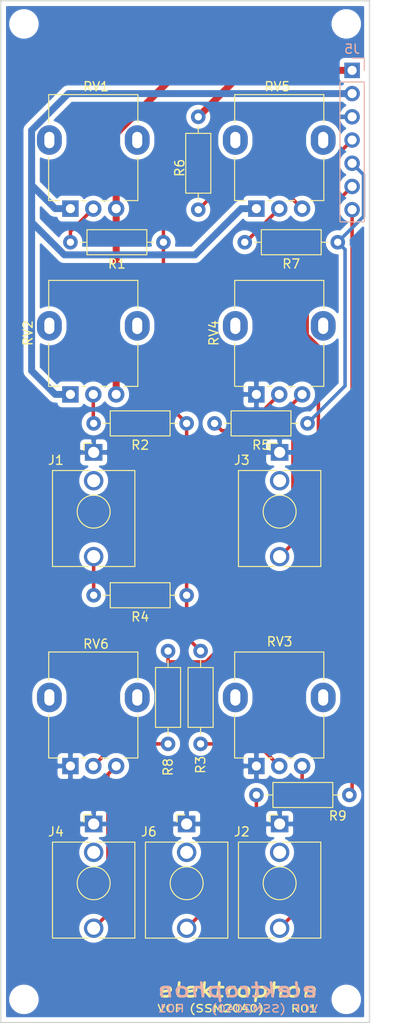
<source format=kicad_pcb>
(kicad_pcb (version 20171130) (host pcbnew 5.1.5-52549c5~84~ubuntu19.04.1)

  (general
    (thickness 1.6)
    (drawings 4)
    (tracks 86)
    (zones 0)
    (modules 26)
    (nets 25)
  )

  (page A4)
  (title_block
    (title VCF)
    (date 2019-12-30)
    (rev R01)
    (comment 1 "SSM2040 VCF")
    (comment 2 "PCB for mount circuit")
    (comment 4 "License CC BY 4.0 - Attribution 4.0 International")
  )

  (layers
    (0 F.Cu signal)
    (31 B.Cu signal)
    (32 B.Adhes user)
    (33 F.Adhes user)
    (34 B.Paste user)
    (35 F.Paste user)
    (36 B.SilkS user)
    (37 F.SilkS user)
    (38 B.Mask user)
    (39 F.Mask user)
    (40 Dwgs.User user)
    (41 Cmts.User user)
    (42 Eco1.User user)
    (43 Eco2.User user)
    (44 Edge.Cuts user)
    (45 Margin user)
    (46 B.CrtYd user)
    (47 F.CrtYd user)
    (48 B.Fab user)
    (49 F.Fab user)
  )

  (setup
    (last_trace_width 0.762)
    (user_trace_width 0.381)
    (user_trace_width 0.762)
    (trace_clearance 0.2)
    (zone_clearance 0.508)
    (zone_45_only no)
    (trace_min 0.2)
    (via_size 0.8)
    (via_drill 0.4)
    (via_min_size 0.4)
    (via_min_drill 0.3)
    (uvia_size 0.3)
    (uvia_drill 0.1)
    (uvias_allowed no)
    (uvia_min_size 0.2)
    (uvia_min_drill 0.1)
    (edge_width 0.15)
    (segment_width 0.2)
    (pcb_text_width 0.3)
    (pcb_text_size 1.5 1.5)
    (mod_edge_width 0.15)
    (mod_text_size 1 1)
    (mod_text_width 0.15)
    (pad_size 2.2 2.2)
    (pad_drill 2.2)
    (pad_to_mask_clearance 0.051)
    (solder_mask_min_width 0.25)
    (aux_axis_origin 0 0)
    (visible_elements FFFFFF7F)
    (pcbplotparams
      (layerselection 0x010fc_ffffffff)
      (usegerberextensions false)
      (usegerberattributes false)
      (usegerberadvancedattributes false)
      (creategerberjobfile false)
      (excludeedgelayer true)
      (linewidth 0.100000)
      (plotframeref false)
      (viasonmask false)
      (mode 1)
      (useauxorigin false)
      (hpglpennumber 1)
      (hpglpenspeed 20)
      (hpglpendiameter 15.000000)
      (psnegative false)
      (psa4output false)
      (plotreference true)
      (plotvalue true)
      (plotinvisibletext false)
      (padsonsilk false)
      (subtractmaskfromsilk false)
      (outputformat 1)
      (mirror false)
      (drillshape 0)
      (scaleselection 1)
      (outputdirectory "./gerbers"))
  )

  (net 0 "")
  (net 1 GND)
  (net 2 "Net-(J1-PadT)")
  (net 3 "Net-(J2-PadT)")
  (net 4 "Net-(J3-PadT)")
  (net 5 "Net-(J4-PadT)")
  (net 6 -15V)
  (net 7 +15V)
  (net 8 /OUT)
  (net 9 /IN)
  (net 10 /RES)
  (net 11 /VC)
  (net 12 "Net-(J6-PadT)")
  (net 13 "Net-(R1-Pad2)")
  (net 14 "Net-(R2-Pad2)")
  (net 15 "Net-(R3-Pad2)")
  (net 16 "Net-(R5-Pad2)")
  (net 17 "Net-(R6-Pad2)")
  (net 18 "Net-(R7-Pad2)")
  (net 19 "Net-(R8-Pad2)")
  (net 20 "Net-(J1-PadTN)")
  (net 21 "Net-(J2-PadTN)")
  (net 22 "Net-(J3-PadTN)")
  (net 23 "Net-(J4-PadTN)")
  (net 24 "Net-(J6-PadTN)")

  (net_class Default "This is the default net class."
    (clearance 0.2)
    (trace_width 0.25)
    (via_dia 0.8)
    (via_drill 0.4)
    (uvia_dia 0.3)
    (uvia_drill 0.1)
    (add_net +15V)
    (add_net -15V)
    (add_net /IN)
    (add_net /OUT)
    (add_net /RES)
    (add_net /VC)
    (add_net GND)
    (add_net "Net-(J1-PadT)")
    (add_net "Net-(J1-PadTN)")
    (add_net "Net-(J2-PadT)")
    (add_net "Net-(J2-PadTN)")
    (add_net "Net-(J3-PadT)")
    (add_net "Net-(J3-PadTN)")
    (add_net "Net-(J4-PadT)")
    (add_net "Net-(J4-PadTN)")
    (add_net "Net-(J6-PadT)")
    (add_net "Net-(J6-PadTN)")
    (add_net "Net-(R1-Pad2)")
    (add_net "Net-(R2-Pad2)")
    (add_net "Net-(R3-Pad2)")
    (add_net "Net-(R5-Pad2)")
    (add_net "Net-(R6-Pad2)")
    (add_net "Net-(R7-Pad2)")
    (add_net "Net-(R8-Pad2)")
  )

  (module Connector_PinHeader_2.54mm:PinHeader_1x07_P2.54mm_Vertical (layer B.Cu) (tedit 59FED5CC) (tstamp 5E064E4B)
    (at 63.8 33.02 180)
    (descr "Through hole straight pin header, 1x07, 2.54mm pitch, single row")
    (tags "Through hole pin header THT 1x07 2.54mm single row")
    (path /5E14D133)
    (fp_text reference J5 (at 0 2.33) (layer B.SilkS)
      (effects (font (size 1 1) (thickness 0.15)) (justify mirror))
    )
    (fp_text value Conn_01x07_Male (at 0 -17.57) (layer B.Fab)
      (effects (font (size 1 1) (thickness 0.15)) (justify mirror))
    )
    (fp_text user %R (at 0 -7.62 270) (layer B.Fab)
      (effects (font (size 1 1) (thickness 0.15)) (justify mirror))
    )
    (fp_line (start 1.8 1.8) (end -1.8 1.8) (layer B.CrtYd) (width 0.05))
    (fp_line (start 1.8 -17.05) (end 1.8 1.8) (layer B.CrtYd) (width 0.05))
    (fp_line (start -1.8 -17.05) (end 1.8 -17.05) (layer B.CrtYd) (width 0.05))
    (fp_line (start -1.8 1.8) (end -1.8 -17.05) (layer B.CrtYd) (width 0.05))
    (fp_line (start -1.33 1.33) (end 0 1.33) (layer B.SilkS) (width 0.12))
    (fp_line (start -1.33 0) (end -1.33 1.33) (layer B.SilkS) (width 0.12))
    (fp_line (start -1.33 -1.27) (end 1.33 -1.27) (layer B.SilkS) (width 0.12))
    (fp_line (start 1.33 -1.27) (end 1.33 -16.57) (layer B.SilkS) (width 0.12))
    (fp_line (start -1.33 -1.27) (end -1.33 -16.57) (layer B.SilkS) (width 0.12))
    (fp_line (start -1.33 -16.57) (end 1.33 -16.57) (layer B.SilkS) (width 0.12))
    (fp_line (start -1.27 0.635) (end -0.635 1.27) (layer B.Fab) (width 0.1))
    (fp_line (start -1.27 -16.51) (end -1.27 0.635) (layer B.Fab) (width 0.1))
    (fp_line (start 1.27 -16.51) (end -1.27 -16.51) (layer B.Fab) (width 0.1))
    (fp_line (start 1.27 1.27) (end 1.27 -16.51) (layer B.Fab) (width 0.1))
    (fp_line (start -0.635 1.27) (end 1.27 1.27) (layer B.Fab) (width 0.1))
    (pad 7 thru_hole oval (at 0 -15.24 180) (size 1.7 1.7) (drill 1) (layers *.Cu *.Mask)
      (net 8 /OUT))
    (pad 6 thru_hole oval (at 0 -12.7 180) (size 1.7 1.7) (drill 1) (layers *.Cu *.Mask)
      (net 9 /IN))
    (pad 5 thru_hole oval (at 0 -10.16 180) (size 1.7 1.7) (drill 1) (layers *.Cu *.Mask)
      (net 10 /RES))
    (pad 4 thru_hole oval (at 0 -7.62 180) (size 1.7 1.7) (drill 1) (layers *.Cu *.Mask)
      (net 11 /VC))
    (pad 3 thru_hole oval (at 0 -5.08 180) (size 1.7 1.7) (drill 1) (layers *.Cu *.Mask)
      (net 1 GND))
    (pad 2 thru_hole oval (at 0 -2.54 180) (size 1.7 1.7) (drill 1) (layers *.Cu *.Mask)
      (net 6 -15V))
    (pad 1 thru_hole rect (at 0 0 180) (size 1.7 1.7) (drill 1) (layers *.Cu *.Mask)
      (net 7 +15V))
    (model ${KISYS3DMOD}/Connector_PinHeader_2.54mm.3dshapes/PinHeader_1x07_P2.54mm_Vertical.wrl
      (at (xyz 0 0 0))
      (scale (xyz 1 1 1))
      (rotate (xyz 0 0 0))
    )
  )

  (module "elektrophon:elektrophon logo" locked (layer F.Cu) (tedit 5D74BFC6) (tstamp 5E09C72F)
    (at 51.308 134.62)
    (fp_text reference REF** (at 0 3.556) (layer F.SilkS) hide
      (effects (font (size 1 1) (thickness 0.15)))
    )
    (fp_text value "elektrophon logo" (at 0 -3.048) (layer F.Fab) hide
      (effects (font (size 1 1) (thickness 0.15)))
    )
    (fp_text user "VCF (SSM2040)" (at 8.84 1.02) (layer B.SilkS)
      (effects (font (size 0.8 1) (thickness 0.15)) (justify left mirror))
    )
    (fp_text user R01 (at -8.83 1) (layer B.SilkS)
      (effects (font (size 0.8 1) (thickness 0.15)) (justify right mirror))
    )
    (fp_text user elektrophon (at 0 -1.016) (layer B.SilkS)
      (effects (font (size 1.5 2) (thickness 0.3) italic) (justify mirror))
    )
    (fp_text user R01 (at 8.8 1.02) (layer F.SilkS)
      (effects (font (size 0.8 1) (thickness 0.15)) (justify right))
    )
    (fp_text user "VCF (SSM2040)" (at -8.88 1) (layer F.SilkS)
      (effects (font (size 0.8 1) (thickness 0.15)) (justify left))
    )
    (fp_text user elektrophon (at 0 -1.016) (layer F.SilkS)
      (effects (font (size 1.5 2) (thickness 0.3) italic))
    )
  )

  (module elektrophon:Potentiometer_Alpha_RD901F-40-00D_Single_Vertical (layer F.Cu) (tedit 5DA46BB9) (tstamp 5E064FE4)
    (at 35.56 101.6 90)
    (descr "Potentiometer, vertical, 9mm, single, http://www.taiwanalpha.com.tw/downloads?target=products&id=113")
    (tags "potentiometer vertical 9mm single")
    (path /5E075677)
    (fp_text reference RV6 (at 5.842 0.254) (layer F.SilkS)
      (effects (font (size 1 1) (thickness 0.15)))
    )
    (fp_text value 100k (at -7.5 7.32 270) (layer F.Fab)
      (effects (font (size 1 1) (thickness 0.15)))
    )
    (fp_line (start -6.62 1.62) (end -6.62 0.79) (layer F.SilkS) (width 0.12))
    (fp_line (start -6.62 -0.83) (end -6.62 -1.36) (layer F.SilkS) (width 0.12))
    (fp_line (start -6.62 -3.73) (end -6.62 -4.91) (layer F.SilkS) (width 0.12))
    (fp_line (start -6.62 4.83) (end -1.9 4.83) (layer F.SilkS) (width 0.12))
    (fp_line (start 1.91 -4.91) (end 4.97 -4.91) (layer F.SilkS) (width 0.12))
    (fp_line (start -6.5 4.71) (end 4.85 4.71) (layer F.Fab) (width 0.1))
    (fp_line (start -6.5 -4.79) (end 4.85 -4.79) (layer F.Fab) (width 0.1))
    (fp_line (start 4.85 4.71) (end 4.85 -4.79) (layer F.Fab) (width 0.1))
    (fp_line (start -6.5 4.71) (end -6.5 -4.79) (layer F.Fab) (width 0.1))
    (fp_circle (center 0 -0.04) (end 0 -3.54) (layer F.Fab) (width 0.1))
    (fp_line (start -6.62 -4.92) (end -1.9 -4.92) (layer F.SilkS) (width 0.12))
    (fp_line (start 1.91 4.83) (end 4.97 4.83) (layer F.SilkS) (width 0.12))
    (fp_line (start -6.62 4.83) (end -6.62 3.34) (layer F.SilkS) (width 0.12))
    (fp_line (start 4.97 4.83) (end 4.97 -4.91) (layer F.SilkS) (width 0.12))
    (fp_line (start 5.1 6.37) (end 5.1 -6.45) (layer F.CrtYd) (width 0.05))
    (fp_line (start 5.1 -6.45) (end -8.65 -6.45) (layer F.CrtYd) (width 0.05))
    (fp_line (start -8.65 -6.45) (end -8.65 6.37) (layer F.CrtYd) (width 0.05))
    (fp_line (start -8.65 6.37) (end 5.1 6.37) (layer F.CrtYd) (width 0.05))
    (fp_text user %R (at 0.12 0 90) (layer F.Fab)
      (effects (font (size 1 1) (thickness 0.15)))
    )
    (pad "" thru_hole oval (at 0 -4.84 180) (size 2.72 3.24) (drill oval 1.1 1.8) (layers *.Cu *.Mask))
    (pad "" thru_hole oval (at 0 4.76 180) (size 2.72 3.24) (drill oval 1.1 1.8) (layers *.Cu *.Mask))
    (pad 3 thru_hole circle (at -7.5 2.46 180) (size 1.8 1.8) (drill 1) (layers *.Cu *.Mask)
      (net 5 "Net-(J4-PadT)"))
    (pad 2 thru_hole circle (at -7.5 -0.04 180) (size 1.8 1.8) (drill 1) (layers *.Cu *.Mask)
      (net 19 "Net-(R8-Pad2)"))
    (pad 1 thru_hole rect (at -7.5 -2.54 180) (size 1.8 1.8) (drill 1) (layers *.Cu *.Mask)
      (net 1 GND))
    (model ${KISYS3DMOD}/Potentiometer_THT.3dshapes/Potentiometer_Alpha_RD901F-40-00D_Single_Vertical.wrl
      (at (xyz 0 0 0))
      (scale (xyz 1 1 1))
      (rotate (xyz 0 0 0))
    )
    (model ${KIPRJMOD}/../../../lib/kicad/models/ALPHA-RD901F-40.step
      (at (xyz 0 0 0))
      (scale (xyz 1 1 1))
      (rotate (xyz 0 0 90))
    )
  )

  (module elektrophon:Potentiometer_Alpha_RD901F-40-00D_Single_Vertical (layer F.Cu) (tedit 5DA46BB9) (tstamp 5E064FC8)
    (at 55.88 40.64 90)
    (descr "Potentiometer, vertical, 9mm, single, http://www.taiwanalpha.com.tw/downloads?target=products&id=113")
    (tags "potentiometer vertical 9mm single")
    (path /5E0ABAD6)
    (fp_text reference RV5 (at 5.842 -0.254) (layer F.SilkS)
      (effects (font (size 1 1) (thickness 0.15)))
    )
    (fp_text value 100k (at -7.5 7.32 270) (layer F.Fab)
      (effects (font (size 1 1) (thickness 0.15)))
    )
    (fp_line (start -6.62 1.62) (end -6.62 0.79) (layer F.SilkS) (width 0.12))
    (fp_line (start -6.62 -0.83) (end -6.62 -1.36) (layer F.SilkS) (width 0.12))
    (fp_line (start -6.62 -3.73) (end -6.62 -4.91) (layer F.SilkS) (width 0.12))
    (fp_line (start -6.62 4.83) (end -1.9 4.83) (layer F.SilkS) (width 0.12))
    (fp_line (start 1.91 -4.91) (end 4.97 -4.91) (layer F.SilkS) (width 0.12))
    (fp_line (start -6.5 4.71) (end 4.85 4.71) (layer F.Fab) (width 0.1))
    (fp_line (start -6.5 -4.79) (end 4.85 -4.79) (layer F.Fab) (width 0.1))
    (fp_line (start 4.85 4.71) (end 4.85 -4.79) (layer F.Fab) (width 0.1))
    (fp_line (start -6.5 4.71) (end -6.5 -4.79) (layer F.Fab) (width 0.1))
    (fp_circle (center 0 -0.04) (end 0 -3.54) (layer F.Fab) (width 0.1))
    (fp_line (start -6.62 -4.92) (end -1.9 -4.92) (layer F.SilkS) (width 0.12))
    (fp_line (start 1.91 4.83) (end 4.97 4.83) (layer F.SilkS) (width 0.12))
    (fp_line (start -6.62 4.83) (end -6.62 3.34) (layer F.SilkS) (width 0.12))
    (fp_line (start 4.97 4.83) (end 4.97 -4.91) (layer F.SilkS) (width 0.12))
    (fp_line (start 5.1 6.37) (end 5.1 -6.45) (layer F.CrtYd) (width 0.05))
    (fp_line (start 5.1 -6.45) (end -8.65 -6.45) (layer F.CrtYd) (width 0.05))
    (fp_line (start -8.65 -6.45) (end -8.65 6.37) (layer F.CrtYd) (width 0.05))
    (fp_line (start -8.65 6.37) (end 5.1 6.37) (layer F.CrtYd) (width 0.05))
    (fp_text user %R (at 0.12 0 90) (layer F.Fab)
      (effects (font (size 1 1) (thickness 0.15)))
    )
    (pad "" thru_hole oval (at 0 -4.84 180) (size 2.72 3.24) (drill oval 1.1 1.8) (layers *.Cu *.Mask))
    (pad "" thru_hole oval (at 0 4.76 180) (size 2.72 3.24) (drill oval 1.1 1.8) (layers *.Cu *.Mask))
    (pad 3 thru_hole circle (at -7.5 2.46 180) (size 1.8 1.8) (drill 1) (layers *.Cu *.Mask)
      (net 17 "Net-(R6-Pad2)"))
    (pad 2 thru_hole circle (at -7.5 -0.04 180) (size 1.8 1.8) (drill 1) (layers *.Cu *.Mask)
      (net 18 "Net-(R7-Pad2)"))
    (pad 1 thru_hole rect (at -7.5 -2.54 180) (size 1.8 1.8) (drill 1) (layers *.Cu *.Mask)
      (net 6 -15V))
    (model ${KISYS3DMOD}/Potentiometer_THT.3dshapes/Potentiometer_Alpha_RD901F-40-00D_Single_Vertical.wrl
      (at (xyz 0 0 0))
      (scale (xyz 1 1 1))
      (rotate (xyz 0 0 0))
    )
    (model ${KIPRJMOD}/../../../lib/kicad/models/ALPHA-RD901F-40.step
      (at (xyz 0 0 0))
      (scale (xyz 1 1 1))
      (rotate (xyz 0 0 90))
    )
  )

  (module elektrophon:Potentiometer_Alpha_RD901F-40-00D_Single_Vertical (layer F.Cu) (tedit 5DA46BB9) (tstamp 5E064FAC)
    (at 55.88 60.96 90)
    (descr "Potentiometer, vertical, 9mm, single, http://www.taiwanalpha.com.tw/downloads?target=products&id=113")
    (tags "potentiometer vertical 9mm single")
    (path /5E0AA122)
    (fp_text reference RV4 (at -0.79 -7.18 270) (layer F.SilkS)
      (effects (font (size 1 1) (thickness 0.15)))
    )
    (fp_text value 100k (at -7.5 7.32 270) (layer F.Fab)
      (effects (font (size 1 1) (thickness 0.15)))
    )
    (fp_line (start -6.62 1.62) (end -6.62 0.79) (layer F.SilkS) (width 0.12))
    (fp_line (start -6.62 -0.83) (end -6.62 -1.36) (layer F.SilkS) (width 0.12))
    (fp_line (start -6.62 -3.73) (end -6.62 -4.91) (layer F.SilkS) (width 0.12))
    (fp_line (start -6.62 4.83) (end -1.9 4.83) (layer F.SilkS) (width 0.12))
    (fp_line (start 1.91 -4.91) (end 4.97 -4.91) (layer F.SilkS) (width 0.12))
    (fp_line (start -6.5 4.71) (end 4.85 4.71) (layer F.Fab) (width 0.1))
    (fp_line (start -6.5 -4.79) (end 4.85 -4.79) (layer F.Fab) (width 0.1))
    (fp_line (start 4.85 4.71) (end 4.85 -4.79) (layer F.Fab) (width 0.1))
    (fp_line (start -6.5 4.71) (end -6.5 -4.79) (layer F.Fab) (width 0.1))
    (fp_circle (center 0 -0.04) (end 0 -3.54) (layer F.Fab) (width 0.1))
    (fp_line (start -6.62 -4.92) (end -1.9 -4.92) (layer F.SilkS) (width 0.12))
    (fp_line (start 1.91 4.83) (end 4.97 4.83) (layer F.SilkS) (width 0.12))
    (fp_line (start -6.62 4.83) (end -6.62 3.34) (layer F.SilkS) (width 0.12))
    (fp_line (start 4.97 4.83) (end 4.97 -4.91) (layer F.SilkS) (width 0.12))
    (fp_line (start 5.1 6.37) (end 5.1 -6.45) (layer F.CrtYd) (width 0.05))
    (fp_line (start 5.1 -6.45) (end -8.65 -6.45) (layer F.CrtYd) (width 0.05))
    (fp_line (start -8.65 -6.45) (end -8.65 6.37) (layer F.CrtYd) (width 0.05))
    (fp_line (start -8.65 6.37) (end 5.1 6.37) (layer F.CrtYd) (width 0.05))
    (fp_text user %R (at 0.12 0 90) (layer F.Fab)
      (effects (font (size 1 1) (thickness 0.15)))
    )
    (pad "" thru_hole oval (at 0 -4.84 180) (size 2.72 3.24) (drill oval 1.1 1.8) (layers *.Cu *.Mask))
    (pad "" thru_hole oval (at 0 4.76 180) (size 2.72 3.24) (drill oval 1.1 1.8) (layers *.Cu *.Mask))
    (pad 3 thru_hole circle (at -7.5 2.46 180) (size 1.8 1.8) (drill 1) (layers *.Cu *.Mask)
      (net 4 "Net-(J3-PadT)"))
    (pad 2 thru_hole circle (at -7.5 -0.04 180) (size 1.8 1.8) (drill 1) (layers *.Cu *.Mask)
      (net 16 "Net-(R5-Pad2)"))
    (pad 1 thru_hole rect (at -7.5 -2.54 180) (size 1.8 1.8) (drill 1) (layers *.Cu *.Mask)
      (net 1 GND))
    (model ${KISYS3DMOD}/Potentiometer_THT.3dshapes/Potentiometer_Alpha_RD901F-40-00D_Single_Vertical.wrl
      (at (xyz 0 0 0))
      (scale (xyz 1 1 1))
      (rotate (xyz 0 0 0))
    )
    (model ${KIPRJMOD}/../../../lib/kicad/models/ALPHA-RD901F-40.step
      (at (xyz 0 0 0))
      (scale (xyz 1 1 1))
      (rotate (xyz 0 0 90))
    )
  )

  (module elektrophon:Potentiometer_Alpha_RD901F-40-00D_Single_Vertical (layer F.Cu) (tedit 5DA46BB9) (tstamp 5E064F90)
    (at 55.88 101.6 90)
    (descr "Potentiometer, vertical, 9mm, single, http://www.taiwanalpha.com.tw/downloads?target=products&id=113")
    (tags "potentiometer vertical 9mm single")
    (path /5E06AAAC)
    (fp_text reference RV3 (at 6.096 0) (layer F.SilkS)
      (effects (font (size 1 1) (thickness 0.15)))
    )
    (fp_text value 100k (at -7.5 7.32 270) (layer F.Fab)
      (effects (font (size 1 1) (thickness 0.15)))
    )
    (fp_line (start -6.62 1.62) (end -6.62 0.79) (layer F.SilkS) (width 0.12))
    (fp_line (start -6.62 -0.83) (end -6.62 -1.36) (layer F.SilkS) (width 0.12))
    (fp_line (start -6.62 -3.73) (end -6.62 -4.91) (layer F.SilkS) (width 0.12))
    (fp_line (start -6.62 4.83) (end -1.9 4.83) (layer F.SilkS) (width 0.12))
    (fp_line (start 1.91 -4.91) (end 4.97 -4.91) (layer F.SilkS) (width 0.12))
    (fp_line (start -6.5 4.71) (end 4.85 4.71) (layer F.Fab) (width 0.1))
    (fp_line (start -6.5 -4.79) (end 4.85 -4.79) (layer F.Fab) (width 0.1))
    (fp_line (start 4.85 4.71) (end 4.85 -4.79) (layer F.Fab) (width 0.1))
    (fp_line (start -6.5 4.71) (end -6.5 -4.79) (layer F.Fab) (width 0.1))
    (fp_circle (center 0 -0.04) (end 0 -3.54) (layer F.Fab) (width 0.1))
    (fp_line (start -6.62 -4.92) (end -1.9 -4.92) (layer F.SilkS) (width 0.12))
    (fp_line (start 1.91 4.83) (end 4.97 4.83) (layer F.SilkS) (width 0.12))
    (fp_line (start -6.62 4.83) (end -6.62 3.34) (layer F.SilkS) (width 0.12))
    (fp_line (start 4.97 4.83) (end 4.97 -4.91) (layer F.SilkS) (width 0.12))
    (fp_line (start 5.1 6.37) (end 5.1 -6.45) (layer F.CrtYd) (width 0.05))
    (fp_line (start 5.1 -6.45) (end -8.65 -6.45) (layer F.CrtYd) (width 0.05))
    (fp_line (start -8.65 -6.45) (end -8.65 6.37) (layer F.CrtYd) (width 0.05))
    (fp_line (start -8.65 6.37) (end 5.1 6.37) (layer F.CrtYd) (width 0.05))
    (fp_text user %R (at 0.12 0 90) (layer F.Fab)
      (effects (font (size 1 1) (thickness 0.15)))
    )
    (pad "" thru_hole oval (at 0 -4.84 180) (size 2.72 3.24) (drill oval 1.1 1.8) (layers *.Cu *.Mask))
    (pad "" thru_hole oval (at 0 4.76 180) (size 2.72 3.24) (drill oval 1.1 1.8) (layers *.Cu *.Mask))
    (pad 3 thru_hole circle (at -7.5 2.46 180) (size 1.8 1.8) (drill 1) (layers *.Cu *.Mask)
      (net 3 "Net-(J2-PadT)"))
    (pad 2 thru_hole circle (at -7.5 -0.04 180) (size 1.8 1.8) (drill 1) (layers *.Cu *.Mask)
      (net 15 "Net-(R3-Pad2)"))
    (pad 1 thru_hole rect (at -7.5 -2.54 180) (size 1.8 1.8) (drill 1) (layers *.Cu *.Mask)
      (net 1 GND))
    (model ${KISYS3DMOD}/Potentiometer_THT.3dshapes/Potentiometer_Alpha_RD901F-40-00D_Single_Vertical.wrl
      (at (xyz 0 0 0))
      (scale (xyz 1 1 1))
      (rotate (xyz 0 0 0))
    )
    (model ${KIPRJMOD}/../../../lib/kicad/models/ALPHA-RD901F-40.step
      (at (xyz 0 0 0))
      (scale (xyz 1 1 1))
      (rotate (xyz 0 0 90))
    )
  )

  (module elektrophon:Potentiometer_Alpha_RD901F-40-00D_Single_Vertical (layer F.Cu) (tedit 5DA46BB9) (tstamp 5E064F74)
    (at 35.56 60.96 90)
    (descr "Potentiometer, vertical, 9mm, single, http://www.taiwanalpha.com.tw/downloads?target=products&id=113")
    (tags "potentiometer vertical 9mm single")
    (path /5E065461)
    (fp_text reference RV2 (at -0.79 -7.18 270) (layer F.SilkS)
      (effects (font (size 1 1) (thickness 0.15)))
    )
    (fp_text value 100k (at -7.5 7.32 270) (layer F.Fab)
      (effects (font (size 1 1) (thickness 0.15)))
    )
    (fp_line (start -6.62 1.62) (end -6.62 0.79) (layer F.SilkS) (width 0.12))
    (fp_line (start -6.62 -0.83) (end -6.62 -1.36) (layer F.SilkS) (width 0.12))
    (fp_line (start -6.62 -3.73) (end -6.62 -4.91) (layer F.SilkS) (width 0.12))
    (fp_line (start -6.62 4.83) (end -1.9 4.83) (layer F.SilkS) (width 0.12))
    (fp_line (start 1.91 -4.91) (end 4.97 -4.91) (layer F.SilkS) (width 0.12))
    (fp_line (start -6.5 4.71) (end 4.85 4.71) (layer F.Fab) (width 0.1))
    (fp_line (start -6.5 -4.79) (end 4.85 -4.79) (layer F.Fab) (width 0.1))
    (fp_line (start 4.85 4.71) (end 4.85 -4.79) (layer F.Fab) (width 0.1))
    (fp_line (start -6.5 4.71) (end -6.5 -4.79) (layer F.Fab) (width 0.1))
    (fp_circle (center 0 -0.04) (end 0 -3.54) (layer F.Fab) (width 0.1))
    (fp_line (start -6.62 -4.92) (end -1.9 -4.92) (layer F.SilkS) (width 0.12))
    (fp_line (start 1.91 4.83) (end 4.97 4.83) (layer F.SilkS) (width 0.12))
    (fp_line (start -6.62 4.83) (end -6.62 3.34) (layer F.SilkS) (width 0.12))
    (fp_line (start 4.97 4.83) (end 4.97 -4.91) (layer F.SilkS) (width 0.12))
    (fp_line (start 5.1 6.37) (end 5.1 -6.45) (layer F.CrtYd) (width 0.05))
    (fp_line (start 5.1 -6.45) (end -8.65 -6.45) (layer F.CrtYd) (width 0.05))
    (fp_line (start -8.65 -6.45) (end -8.65 6.37) (layer F.CrtYd) (width 0.05))
    (fp_line (start -8.65 6.37) (end 5.1 6.37) (layer F.CrtYd) (width 0.05))
    (fp_text user %R (at 0.12 0 90) (layer F.Fab)
      (effects (font (size 1 1) (thickness 0.15)))
    )
    (pad "" thru_hole oval (at 0 -4.84 180) (size 2.72 3.24) (drill oval 1.1 1.8) (layers *.Cu *.Mask))
    (pad "" thru_hole oval (at 0 4.76 180) (size 2.72 3.24) (drill oval 1.1 1.8) (layers *.Cu *.Mask))
    (pad 3 thru_hole circle (at -7.5 2.46 180) (size 1.8 1.8) (drill 1) (layers *.Cu *.Mask)
      (net 7 +15V))
    (pad 2 thru_hole circle (at -7.5 -0.04 180) (size 1.8 1.8) (drill 1) (layers *.Cu *.Mask)
      (net 14 "Net-(R2-Pad2)"))
    (pad 1 thru_hole rect (at -7.5 -2.54 180) (size 1.8 1.8) (drill 1) (layers *.Cu *.Mask)
      (net 6 -15V))
    (model ${KISYS3DMOD}/Potentiometer_THT.3dshapes/Potentiometer_Alpha_RD901F-40-00D_Single_Vertical.wrl
      (at (xyz 0 0 0))
      (scale (xyz 1 1 1))
      (rotate (xyz 0 0 0))
    )
    (model ${KIPRJMOD}/../../../lib/kicad/models/ALPHA-RD901F-40.step
      (at (xyz 0 0 0))
      (scale (xyz 1 1 1))
      (rotate (xyz 0 0 90))
    )
  )

  (module elektrophon:Potentiometer_Alpha_RD901F-40-00D_Single_Vertical (layer F.Cu) (tedit 5DA46BB9) (tstamp 5E064F58)
    (at 35.56 40.64 90)
    (descr "Potentiometer, vertical, 9mm, single, http://www.taiwanalpha.com.tw/downloads?target=products&id=113")
    (tags "potentiometer vertical 9mm single")
    (path /5E05DE3F)
    (fp_text reference RV1 (at 5.842 0.254) (layer F.SilkS)
      (effects (font (size 1 1) (thickness 0.15)))
    )
    (fp_text value 100k (at -7.5 7.32 270) (layer F.Fab)
      (effects (font (size 1 1) (thickness 0.15)))
    )
    (fp_line (start -6.62 1.62) (end -6.62 0.79) (layer F.SilkS) (width 0.12))
    (fp_line (start -6.62 -0.83) (end -6.62 -1.36) (layer F.SilkS) (width 0.12))
    (fp_line (start -6.62 -3.73) (end -6.62 -4.91) (layer F.SilkS) (width 0.12))
    (fp_line (start -6.62 4.83) (end -1.9 4.83) (layer F.SilkS) (width 0.12))
    (fp_line (start 1.91 -4.91) (end 4.97 -4.91) (layer F.SilkS) (width 0.12))
    (fp_line (start -6.5 4.71) (end 4.85 4.71) (layer F.Fab) (width 0.1))
    (fp_line (start -6.5 -4.79) (end 4.85 -4.79) (layer F.Fab) (width 0.1))
    (fp_line (start 4.85 4.71) (end 4.85 -4.79) (layer F.Fab) (width 0.1))
    (fp_line (start -6.5 4.71) (end -6.5 -4.79) (layer F.Fab) (width 0.1))
    (fp_circle (center 0 -0.04) (end 0 -3.54) (layer F.Fab) (width 0.1))
    (fp_line (start -6.62 -4.92) (end -1.9 -4.92) (layer F.SilkS) (width 0.12))
    (fp_line (start 1.91 4.83) (end 4.97 4.83) (layer F.SilkS) (width 0.12))
    (fp_line (start -6.62 4.83) (end -6.62 3.34) (layer F.SilkS) (width 0.12))
    (fp_line (start 4.97 4.83) (end 4.97 -4.91) (layer F.SilkS) (width 0.12))
    (fp_line (start 5.1 6.37) (end 5.1 -6.45) (layer F.CrtYd) (width 0.05))
    (fp_line (start 5.1 -6.45) (end -8.65 -6.45) (layer F.CrtYd) (width 0.05))
    (fp_line (start -8.65 -6.45) (end -8.65 6.37) (layer F.CrtYd) (width 0.05))
    (fp_line (start -8.65 6.37) (end 5.1 6.37) (layer F.CrtYd) (width 0.05))
    (fp_text user %R (at 0.12 0 90) (layer F.Fab)
      (effects (font (size 1 1) (thickness 0.15)))
    )
    (pad "" thru_hole oval (at 0 -4.84 180) (size 2.72 3.24) (drill oval 1.1 1.8) (layers *.Cu *.Mask))
    (pad "" thru_hole oval (at 0 4.76 180) (size 2.72 3.24) (drill oval 1.1 1.8) (layers *.Cu *.Mask))
    (pad 3 thru_hole circle (at -7.5 2.46 180) (size 1.8 1.8) (drill 1) (layers *.Cu *.Mask)
      (net 7 +15V))
    (pad 2 thru_hole circle (at -7.5 -0.04 180) (size 1.8 1.8) (drill 1) (layers *.Cu *.Mask)
      (net 13 "Net-(R1-Pad2)"))
    (pad 1 thru_hole rect (at -7.5 -2.54 180) (size 1.8 1.8) (drill 1) (layers *.Cu *.Mask)
      (net 6 -15V))
    (model ${KISYS3DMOD}/Potentiometer_THT.3dshapes/Potentiometer_Alpha_RD901F-40-00D_Single_Vertical.wrl
      (at (xyz 0 0 0))
      (scale (xyz 1 1 1))
      (rotate (xyz 0 0 0))
    )
    (model ${KIPRJMOD}/../../../lib/kicad/models/ALPHA-RD901F-40.step
      (at (xyz 0 0 0))
      (scale (xyz 1 1 1))
      (rotate (xyz 0 0 90))
    )
  )

  (module Resistor_THT:R_Axial_DIN0207_L6.3mm_D2.5mm_P10.16mm_Horizontal (layer F.Cu) (tedit 5AE5139B) (tstamp 5E064F3C)
    (at 53.34 112.268)
    (descr "Resistor, Axial_DIN0207 series, Axial, Horizontal, pin pitch=10.16mm, 0.25W = 1/4W, length*diameter=6.3*2.5mm^2, http://cdn-reichelt.de/documents/datenblatt/B400/1_4W%23YAG.pdf")
    (tags "Resistor Axial_DIN0207 series Axial Horizontal pin pitch 10.16mm 0.25W = 1/4W length 6.3mm diameter 2.5mm")
    (path /5E10F2F9)
    (fp_text reference R9 (at 8.89 2.286) (layer F.SilkS)
      (effects (font (size 1 1) (thickness 0.15)))
    )
    (fp_text value 1k (at 5.08 2.37) (layer F.Fab)
      (effects (font (size 1 1) (thickness 0.15)))
    )
    (fp_text user %R (at 5.08 0) (layer F.Fab)
      (effects (font (size 1 1) (thickness 0.15)))
    )
    (fp_line (start 11.21 -1.5) (end -1.05 -1.5) (layer F.CrtYd) (width 0.05))
    (fp_line (start 11.21 1.5) (end 11.21 -1.5) (layer F.CrtYd) (width 0.05))
    (fp_line (start -1.05 1.5) (end 11.21 1.5) (layer F.CrtYd) (width 0.05))
    (fp_line (start -1.05 -1.5) (end -1.05 1.5) (layer F.CrtYd) (width 0.05))
    (fp_line (start 9.12 0) (end 8.35 0) (layer F.SilkS) (width 0.12))
    (fp_line (start 1.04 0) (end 1.81 0) (layer F.SilkS) (width 0.12))
    (fp_line (start 8.35 -1.37) (end 1.81 -1.37) (layer F.SilkS) (width 0.12))
    (fp_line (start 8.35 1.37) (end 8.35 -1.37) (layer F.SilkS) (width 0.12))
    (fp_line (start 1.81 1.37) (end 8.35 1.37) (layer F.SilkS) (width 0.12))
    (fp_line (start 1.81 -1.37) (end 1.81 1.37) (layer F.SilkS) (width 0.12))
    (fp_line (start 10.16 0) (end 8.23 0) (layer F.Fab) (width 0.1))
    (fp_line (start 0 0) (end 1.93 0) (layer F.Fab) (width 0.1))
    (fp_line (start 8.23 -1.25) (end 1.93 -1.25) (layer F.Fab) (width 0.1))
    (fp_line (start 8.23 1.25) (end 8.23 -1.25) (layer F.Fab) (width 0.1))
    (fp_line (start 1.93 1.25) (end 8.23 1.25) (layer F.Fab) (width 0.1))
    (fp_line (start 1.93 -1.25) (end 1.93 1.25) (layer F.Fab) (width 0.1))
    (pad 2 thru_hole oval (at 10.16 0) (size 1.6 1.6) (drill 0.8) (layers *.Cu *.Mask)
      (net 8 /OUT))
    (pad 1 thru_hole circle (at 0 0) (size 1.6 1.6) (drill 0.8) (layers *.Cu *.Mask)
      (net 12 "Net-(J6-PadT)"))
    (model ${KISYS3DMOD}/Resistor_THT.3dshapes/R_Axial_DIN0207_L6.3mm_D2.5mm_P10.16mm_Horizontal.wrl
      (at (xyz 0 0 0))
      (scale (xyz 1 1 1))
      (rotate (xyz 0 0 0))
    )
  )

  (module Resistor_THT:R_Axial_DIN0207_L6.3mm_D2.5mm_P10.16mm_Horizontal (layer F.Cu) (tedit 5AE5139B) (tstamp 5E064F25)
    (at 43.688 96.52 270)
    (descr "Resistor, Axial_DIN0207 series, Axial, Horizontal, pin pitch=10.16mm, 0.25W = 1/4W, length*diameter=6.3*2.5mm^2, http://cdn-reichelt.de/documents/datenblatt/B400/1_4W%23YAG.pdf")
    (tags "Resistor Axial_DIN0207 series Axial Horizontal pin pitch 10.16mm 0.25W = 1/4W length 6.3mm diameter 2.5mm")
    (path /5E07567D)
    (fp_text reference R8 (at 12.7 0 90) (layer F.SilkS)
      (effects (font (size 1 1) (thickness 0.15)))
    )
    (fp_text value 100k (at 5.08 2.37 90) (layer F.Fab)
      (effects (font (size 1 1) (thickness 0.15)))
    )
    (fp_text user %R (at 5.08 0 90) (layer F.Fab)
      (effects (font (size 1 1) (thickness 0.15)))
    )
    (fp_line (start 11.21 -1.5) (end -1.05 -1.5) (layer F.CrtYd) (width 0.05))
    (fp_line (start 11.21 1.5) (end 11.21 -1.5) (layer F.CrtYd) (width 0.05))
    (fp_line (start -1.05 1.5) (end 11.21 1.5) (layer F.CrtYd) (width 0.05))
    (fp_line (start -1.05 -1.5) (end -1.05 1.5) (layer F.CrtYd) (width 0.05))
    (fp_line (start 9.12 0) (end 8.35 0) (layer F.SilkS) (width 0.12))
    (fp_line (start 1.04 0) (end 1.81 0) (layer F.SilkS) (width 0.12))
    (fp_line (start 8.35 -1.37) (end 1.81 -1.37) (layer F.SilkS) (width 0.12))
    (fp_line (start 8.35 1.37) (end 8.35 -1.37) (layer F.SilkS) (width 0.12))
    (fp_line (start 1.81 1.37) (end 8.35 1.37) (layer F.SilkS) (width 0.12))
    (fp_line (start 1.81 -1.37) (end 1.81 1.37) (layer F.SilkS) (width 0.12))
    (fp_line (start 10.16 0) (end 8.23 0) (layer F.Fab) (width 0.1))
    (fp_line (start 0 0) (end 1.93 0) (layer F.Fab) (width 0.1))
    (fp_line (start 8.23 -1.25) (end 1.93 -1.25) (layer F.Fab) (width 0.1))
    (fp_line (start 8.23 1.25) (end 8.23 -1.25) (layer F.Fab) (width 0.1))
    (fp_line (start 1.93 1.25) (end 8.23 1.25) (layer F.Fab) (width 0.1))
    (fp_line (start 1.93 -1.25) (end 1.93 1.25) (layer F.Fab) (width 0.1))
    (pad 2 thru_hole oval (at 10.16 0 270) (size 1.6 1.6) (drill 0.8) (layers *.Cu *.Mask)
      (net 19 "Net-(R8-Pad2)"))
    (pad 1 thru_hole circle (at 0 0 270) (size 1.6 1.6) (drill 0.8) (layers *.Cu *.Mask)
      (net 9 /IN))
    (model ${KISYS3DMOD}/Resistor_THT.3dshapes/R_Axial_DIN0207_L6.3mm_D2.5mm_P10.16mm_Horizontal.wrl
      (at (xyz 0 0 0))
      (scale (xyz 1 1 1))
      (rotate (xyz 0 0 0))
    )
  )

  (module Resistor_THT:R_Axial_DIN0207_L6.3mm_D2.5mm_P10.16mm_Horizontal (layer F.Cu) (tedit 5AE5139B) (tstamp 5E064F0E)
    (at 62.23 51.816 180)
    (descr "Resistor, Axial_DIN0207 series, Axial, Horizontal, pin pitch=10.16mm, 0.25W = 1/4W, length*diameter=6.3*2.5mm^2, http://cdn-reichelt.de/documents/datenblatt/B400/1_4W%23YAG.pdf")
    (tags "Resistor Axial_DIN0207 series Axial Horizontal pin pitch 10.16mm 0.25W = 1/4W length 6.3mm diameter 2.5mm")
    (path /5E0AF275)
    (fp_text reference R7 (at 5.08 -2.37) (layer F.SilkS)
      (effects (font (size 1 1) (thickness 0.15)))
    )
    (fp_text value 47k (at 5.08 2.37) (layer F.Fab)
      (effects (font (size 1 1) (thickness 0.15)))
    )
    (fp_text user %R (at 5.08 0) (layer F.Fab)
      (effects (font (size 1 1) (thickness 0.15)))
    )
    (fp_line (start 11.21 -1.5) (end -1.05 -1.5) (layer F.CrtYd) (width 0.05))
    (fp_line (start 11.21 1.5) (end 11.21 -1.5) (layer F.CrtYd) (width 0.05))
    (fp_line (start -1.05 1.5) (end 11.21 1.5) (layer F.CrtYd) (width 0.05))
    (fp_line (start -1.05 -1.5) (end -1.05 1.5) (layer F.CrtYd) (width 0.05))
    (fp_line (start 9.12 0) (end 8.35 0) (layer F.SilkS) (width 0.12))
    (fp_line (start 1.04 0) (end 1.81 0) (layer F.SilkS) (width 0.12))
    (fp_line (start 8.35 -1.37) (end 1.81 -1.37) (layer F.SilkS) (width 0.12))
    (fp_line (start 8.35 1.37) (end 8.35 -1.37) (layer F.SilkS) (width 0.12))
    (fp_line (start 1.81 1.37) (end 8.35 1.37) (layer F.SilkS) (width 0.12))
    (fp_line (start 1.81 -1.37) (end 1.81 1.37) (layer F.SilkS) (width 0.12))
    (fp_line (start 10.16 0) (end 8.23 0) (layer F.Fab) (width 0.1))
    (fp_line (start 0 0) (end 1.93 0) (layer F.Fab) (width 0.1))
    (fp_line (start 8.23 -1.25) (end 1.93 -1.25) (layer F.Fab) (width 0.1))
    (fp_line (start 8.23 1.25) (end 8.23 -1.25) (layer F.Fab) (width 0.1))
    (fp_line (start 1.93 1.25) (end 8.23 1.25) (layer F.Fab) (width 0.1))
    (fp_line (start 1.93 -1.25) (end 1.93 1.25) (layer F.Fab) (width 0.1))
    (pad 2 thru_hole oval (at 10.16 0 180) (size 1.6 1.6) (drill 0.8) (layers *.Cu *.Mask)
      (net 18 "Net-(R7-Pad2)"))
    (pad 1 thru_hole circle (at 0 0 180) (size 1.6 1.6) (drill 0.8) (layers *.Cu *.Mask)
      (net 10 /RES))
    (model ${KISYS3DMOD}/Resistor_THT.3dshapes/R_Axial_DIN0207_L6.3mm_D2.5mm_P10.16mm_Horizontal.wrl
      (at (xyz 0 0 0))
      (scale (xyz 1 1 1))
      (rotate (xyz 0 0 0))
    )
  )

  (module Resistor_THT:R_Axial_DIN0207_L6.3mm_D2.5mm_P10.16mm_Horizontal (layer F.Cu) (tedit 5AE5139B) (tstamp 5E064EF7)
    (at 46.99 38.1 270)
    (descr "Resistor, Axial_DIN0207 series, Axial, Horizontal, pin pitch=10.16mm, 0.25W = 1/4W, length*diameter=6.3*2.5mm^2, http://cdn-reichelt.de/documents/datenblatt/B400/1_4W%23YAG.pdf")
    (tags "Resistor Axial_DIN0207 series Axial Horizontal pin pitch 10.16mm 0.25W = 1/4W length 6.3mm diameter 2.5mm")
    (path /5E0B00AA)
    (fp_text reference R6 (at 5.588 2.032 90) (layer F.SilkS)
      (effects (font (size 1 1) (thickness 0.15)))
    )
    (fp_text value 18k (at 5.08 2.37 90) (layer F.Fab)
      (effects (font (size 1 1) (thickness 0.15)))
    )
    (fp_text user %R (at 5.08 0 90) (layer F.Fab)
      (effects (font (size 1 1) (thickness 0.15)))
    )
    (fp_line (start 11.21 -1.5) (end -1.05 -1.5) (layer F.CrtYd) (width 0.05))
    (fp_line (start 11.21 1.5) (end 11.21 -1.5) (layer F.CrtYd) (width 0.05))
    (fp_line (start -1.05 1.5) (end 11.21 1.5) (layer F.CrtYd) (width 0.05))
    (fp_line (start -1.05 -1.5) (end -1.05 1.5) (layer F.CrtYd) (width 0.05))
    (fp_line (start 9.12 0) (end 8.35 0) (layer F.SilkS) (width 0.12))
    (fp_line (start 1.04 0) (end 1.81 0) (layer F.SilkS) (width 0.12))
    (fp_line (start 8.35 -1.37) (end 1.81 -1.37) (layer F.SilkS) (width 0.12))
    (fp_line (start 8.35 1.37) (end 8.35 -1.37) (layer F.SilkS) (width 0.12))
    (fp_line (start 1.81 1.37) (end 8.35 1.37) (layer F.SilkS) (width 0.12))
    (fp_line (start 1.81 -1.37) (end 1.81 1.37) (layer F.SilkS) (width 0.12))
    (fp_line (start 10.16 0) (end 8.23 0) (layer F.Fab) (width 0.1))
    (fp_line (start 0 0) (end 1.93 0) (layer F.Fab) (width 0.1))
    (fp_line (start 8.23 -1.25) (end 1.93 -1.25) (layer F.Fab) (width 0.1))
    (fp_line (start 8.23 1.25) (end 8.23 -1.25) (layer F.Fab) (width 0.1))
    (fp_line (start 1.93 1.25) (end 8.23 1.25) (layer F.Fab) (width 0.1))
    (fp_line (start 1.93 -1.25) (end 1.93 1.25) (layer F.Fab) (width 0.1))
    (pad 2 thru_hole oval (at 10.16 0 270) (size 1.6 1.6) (drill 0.8) (layers *.Cu *.Mask)
      (net 17 "Net-(R6-Pad2)"))
    (pad 1 thru_hole circle (at 0 0 270) (size 1.6 1.6) (drill 0.8) (layers *.Cu *.Mask)
      (net 7 +15V))
    (model ${KISYS3DMOD}/Resistor_THT.3dshapes/R_Axial_DIN0207_L6.3mm_D2.5mm_P10.16mm_Horizontal.wrl
      (at (xyz 0 0 0))
      (scale (xyz 1 1 1))
      (rotate (xyz 0 0 0))
    )
  )

  (module Resistor_THT:R_Axial_DIN0207_L6.3mm_D2.5mm_P10.16mm_Horizontal (layer F.Cu) (tedit 5AE5139B) (tstamp 5E064EE0)
    (at 58.928 71.628 180)
    (descr "Resistor, Axial_DIN0207 series, Axial, Horizontal, pin pitch=10.16mm, 0.25W = 1/4W, length*diameter=6.3*2.5mm^2, http://cdn-reichelt.de/documents/datenblatt/B400/1_4W%23YAG.pdf")
    (tags "Resistor Axial_DIN0207 series Axial Horizontal pin pitch 10.16mm 0.25W = 1/4W length 6.3mm diameter 2.5mm")
    (path /5E0AA128)
    (fp_text reference R5 (at 5.08 -2.37) (layer F.SilkS)
      (effects (font (size 1 1) (thickness 0.15)))
    )
    (fp_text value 100k (at 5.08 2.37) (layer F.Fab)
      (effects (font (size 1 1) (thickness 0.15)))
    )
    (fp_text user %R (at 5.08 0) (layer F.Fab)
      (effects (font (size 1 1) (thickness 0.15)))
    )
    (fp_line (start 11.21 -1.5) (end -1.05 -1.5) (layer F.CrtYd) (width 0.05))
    (fp_line (start 11.21 1.5) (end 11.21 -1.5) (layer F.CrtYd) (width 0.05))
    (fp_line (start -1.05 1.5) (end 11.21 1.5) (layer F.CrtYd) (width 0.05))
    (fp_line (start -1.05 -1.5) (end -1.05 1.5) (layer F.CrtYd) (width 0.05))
    (fp_line (start 9.12 0) (end 8.35 0) (layer F.SilkS) (width 0.12))
    (fp_line (start 1.04 0) (end 1.81 0) (layer F.SilkS) (width 0.12))
    (fp_line (start 8.35 -1.37) (end 1.81 -1.37) (layer F.SilkS) (width 0.12))
    (fp_line (start 8.35 1.37) (end 8.35 -1.37) (layer F.SilkS) (width 0.12))
    (fp_line (start 1.81 1.37) (end 8.35 1.37) (layer F.SilkS) (width 0.12))
    (fp_line (start 1.81 -1.37) (end 1.81 1.37) (layer F.SilkS) (width 0.12))
    (fp_line (start 10.16 0) (end 8.23 0) (layer F.Fab) (width 0.1))
    (fp_line (start 0 0) (end 1.93 0) (layer F.Fab) (width 0.1))
    (fp_line (start 8.23 -1.25) (end 1.93 -1.25) (layer F.Fab) (width 0.1))
    (fp_line (start 8.23 1.25) (end 8.23 -1.25) (layer F.Fab) (width 0.1))
    (fp_line (start 1.93 1.25) (end 8.23 1.25) (layer F.Fab) (width 0.1))
    (fp_line (start 1.93 -1.25) (end 1.93 1.25) (layer F.Fab) (width 0.1))
    (pad 2 thru_hole oval (at 10.16 0 180) (size 1.6 1.6) (drill 0.8) (layers *.Cu *.Mask)
      (net 16 "Net-(R5-Pad2)"))
    (pad 1 thru_hole circle (at 0 0 180) (size 1.6 1.6) (drill 0.8) (layers *.Cu *.Mask)
      (net 10 /RES))
    (model ${KISYS3DMOD}/Resistor_THT.3dshapes/R_Axial_DIN0207_L6.3mm_D2.5mm_P10.16mm_Horizontal.wrl
      (at (xyz 0 0 0))
      (scale (xyz 1 1 1))
      (rotate (xyz 0 0 0))
    )
  )

  (module Resistor_THT:R_Axial_DIN0207_L6.3mm_D2.5mm_P10.16mm_Horizontal (layer F.Cu) (tedit 5AE5139B) (tstamp 5E064EC9)
    (at 45.72 90.424 180)
    (descr "Resistor, Axial_DIN0207 series, Axial, Horizontal, pin pitch=10.16mm, 0.25W = 1/4W, length*diameter=6.3*2.5mm^2, http://cdn-reichelt.de/documents/datenblatt/B400/1_4W%23YAG.pdf")
    (tags "Resistor Axial_DIN0207 series Axial Horizontal pin pitch 10.16mm 0.25W = 1/4W length 6.3mm diameter 2.5mm")
    (path /5E067C85)
    (fp_text reference R4 (at 5.08 -2.37) (layer F.SilkS)
      (effects (font (size 1 1) (thickness 0.15)))
    )
    (fp_text value 100k (at 5.08 2.37) (layer F.Fab)
      (effects (font (size 1 1) (thickness 0.15)))
    )
    (fp_text user %R (at 5.08 0) (layer F.Fab)
      (effects (font (size 1 1) (thickness 0.15)))
    )
    (fp_line (start 11.21 -1.5) (end -1.05 -1.5) (layer F.CrtYd) (width 0.05))
    (fp_line (start 11.21 1.5) (end 11.21 -1.5) (layer F.CrtYd) (width 0.05))
    (fp_line (start -1.05 1.5) (end 11.21 1.5) (layer F.CrtYd) (width 0.05))
    (fp_line (start -1.05 -1.5) (end -1.05 1.5) (layer F.CrtYd) (width 0.05))
    (fp_line (start 9.12 0) (end 8.35 0) (layer F.SilkS) (width 0.12))
    (fp_line (start 1.04 0) (end 1.81 0) (layer F.SilkS) (width 0.12))
    (fp_line (start 8.35 -1.37) (end 1.81 -1.37) (layer F.SilkS) (width 0.12))
    (fp_line (start 8.35 1.37) (end 8.35 -1.37) (layer F.SilkS) (width 0.12))
    (fp_line (start 1.81 1.37) (end 8.35 1.37) (layer F.SilkS) (width 0.12))
    (fp_line (start 1.81 -1.37) (end 1.81 1.37) (layer F.SilkS) (width 0.12))
    (fp_line (start 10.16 0) (end 8.23 0) (layer F.Fab) (width 0.1))
    (fp_line (start 0 0) (end 1.93 0) (layer F.Fab) (width 0.1))
    (fp_line (start 8.23 -1.25) (end 1.93 -1.25) (layer F.Fab) (width 0.1))
    (fp_line (start 8.23 1.25) (end 8.23 -1.25) (layer F.Fab) (width 0.1))
    (fp_line (start 1.93 1.25) (end 8.23 1.25) (layer F.Fab) (width 0.1))
    (fp_line (start 1.93 -1.25) (end 1.93 1.25) (layer F.Fab) (width 0.1))
    (pad 2 thru_hole oval (at 10.16 0 180) (size 1.6 1.6) (drill 0.8) (layers *.Cu *.Mask)
      (net 2 "Net-(J1-PadT)"))
    (pad 1 thru_hole circle (at 0 0 180) (size 1.6 1.6) (drill 0.8) (layers *.Cu *.Mask)
      (net 11 /VC))
    (model ${KISYS3DMOD}/Resistor_THT.3dshapes/R_Axial_DIN0207_L6.3mm_D2.5mm_P10.16mm_Horizontal.wrl
      (at (xyz 0 0 0))
      (scale (xyz 1 1 1))
      (rotate (xyz 0 0 0))
    )
  )

  (module Resistor_THT:R_Axial_DIN0207_L6.3mm_D2.5mm_P10.16mm_Horizontal (layer F.Cu) (tedit 5AE5139B) (tstamp 5E064EB2)
    (at 47.244 96.52 270)
    (descr "Resistor, Axial_DIN0207 series, Axial, Horizontal, pin pitch=10.16mm, 0.25W = 1/4W, length*diameter=6.3*2.5mm^2, http://cdn-reichelt.de/documents/datenblatt/B400/1_4W%23YAG.pdf")
    (tags "Resistor Axial_DIN0207 series Axial Horizontal pin pitch 10.16mm 0.25W = 1/4W length 6.3mm diameter 2.5mm")
    (path /5E06AABE)
    (fp_text reference R3 (at 12.446 0 90) (layer F.SilkS)
      (effects (font (size 1 1) (thickness 0.15)))
    )
    (fp_text value 33k (at 5.08 2.37 90) (layer F.Fab)
      (effects (font (size 1 1) (thickness 0.15)))
    )
    (fp_text user %R (at 5.08 0 90) (layer F.Fab)
      (effects (font (size 1 1) (thickness 0.15)))
    )
    (fp_line (start 11.21 -1.5) (end -1.05 -1.5) (layer F.CrtYd) (width 0.05))
    (fp_line (start 11.21 1.5) (end 11.21 -1.5) (layer F.CrtYd) (width 0.05))
    (fp_line (start -1.05 1.5) (end 11.21 1.5) (layer F.CrtYd) (width 0.05))
    (fp_line (start -1.05 -1.5) (end -1.05 1.5) (layer F.CrtYd) (width 0.05))
    (fp_line (start 9.12 0) (end 8.35 0) (layer F.SilkS) (width 0.12))
    (fp_line (start 1.04 0) (end 1.81 0) (layer F.SilkS) (width 0.12))
    (fp_line (start 8.35 -1.37) (end 1.81 -1.37) (layer F.SilkS) (width 0.12))
    (fp_line (start 8.35 1.37) (end 8.35 -1.37) (layer F.SilkS) (width 0.12))
    (fp_line (start 1.81 1.37) (end 8.35 1.37) (layer F.SilkS) (width 0.12))
    (fp_line (start 1.81 -1.37) (end 1.81 1.37) (layer F.SilkS) (width 0.12))
    (fp_line (start 10.16 0) (end 8.23 0) (layer F.Fab) (width 0.1))
    (fp_line (start 0 0) (end 1.93 0) (layer F.Fab) (width 0.1))
    (fp_line (start 8.23 -1.25) (end 1.93 -1.25) (layer F.Fab) (width 0.1))
    (fp_line (start 8.23 1.25) (end 8.23 -1.25) (layer F.Fab) (width 0.1))
    (fp_line (start 1.93 1.25) (end 8.23 1.25) (layer F.Fab) (width 0.1))
    (fp_line (start 1.93 -1.25) (end 1.93 1.25) (layer F.Fab) (width 0.1))
    (pad 2 thru_hole oval (at 10.16 0 270) (size 1.6 1.6) (drill 0.8) (layers *.Cu *.Mask)
      (net 15 "Net-(R3-Pad2)"))
    (pad 1 thru_hole circle (at 0 0 270) (size 1.6 1.6) (drill 0.8) (layers *.Cu *.Mask)
      (net 11 /VC))
    (model ${KISYS3DMOD}/Resistor_THT.3dshapes/R_Axial_DIN0207_L6.3mm_D2.5mm_P10.16mm_Horizontal.wrl
      (at (xyz 0 0 0))
      (scale (xyz 1 1 1))
      (rotate (xyz 0 0 0))
    )
  )

  (module Resistor_THT:R_Axial_DIN0207_L6.3mm_D2.5mm_P10.16mm_Horizontal (layer F.Cu) (tedit 5AE5139B) (tstamp 5E064E9B)
    (at 45.72 71.628 180)
    (descr "Resistor, Axial_DIN0207 series, Axial, Horizontal, pin pitch=10.16mm, 0.25W = 1/4W, length*diameter=6.3*2.5mm^2, http://cdn-reichelt.de/documents/datenblatt/B400/1_4W%23YAG.pdf")
    (tags "Resistor Axial_DIN0207 series Axial Horizontal pin pitch 10.16mm 0.25W = 1/4W length 6.3mm diameter 2.5mm")
    (path /5E065B52)
    (fp_text reference R2 (at 5.08 -2.37) (layer F.SilkS)
      (effects (font (size 1 1) (thickness 0.15)))
    )
    (fp_text value 2M2 (at 5.08 2.37) (layer F.Fab)
      (effects (font (size 1 1) (thickness 0.15)))
    )
    (fp_text user %R (at 5.08 0) (layer F.Fab)
      (effects (font (size 1 1) (thickness 0.15)))
    )
    (fp_line (start 11.21 -1.5) (end -1.05 -1.5) (layer F.CrtYd) (width 0.05))
    (fp_line (start 11.21 1.5) (end 11.21 -1.5) (layer F.CrtYd) (width 0.05))
    (fp_line (start -1.05 1.5) (end 11.21 1.5) (layer F.CrtYd) (width 0.05))
    (fp_line (start -1.05 -1.5) (end -1.05 1.5) (layer F.CrtYd) (width 0.05))
    (fp_line (start 9.12 0) (end 8.35 0) (layer F.SilkS) (width 0.12))
    (fp_line (start 1.04 0) (end 1.81 0) (layer F.SilkS) (width 0.12))
    (fp_line (start 8.35 -1.37) (end 1.81 -1.37) (layer F.SilkS) (width 0.12))
    (fp_line (start 8.35 1.37) (end 8.35 -1.37) (layer F.SilkS) (width 0.12))
    (fp_line (start 1.81 1.37) (end 8.35 1.37) (layer F.SilkS) (width 0.12))
    (fp_line (start 1.81 -1.37) (end 1.81 1.37) (layer F.SilkS) (width 0.12))
    (fp_line (start 10.16 0) (end 8.23 0) (layer F.Fab) (width 0.1))
    (fp_line (start 0 0) (end 1.93 0) (layer F.Fab) (width 0.1))
    (fp_line (start 8.23 -1.25) (end 1.93 -1.25) (layer F.Fab) (width 0.1))
    (fp_line (start 8.23 1.25) (end 8.23 -1.25) (layer F.Fab) (width 0.1))
    (fp_line (start 1.93 1.25) (end 8.23 1.25) (layer F.Fab) (width 0.1))
    (fp_line (start 1.93 -1.25) (end 1.93 1.25) (layer F.Fab) (width 0.1))
    (pad 2 thru_hole oval (at 10.16 0 180) (size 1.6 1.6) (drill 0.8) (layers *.Cu *.Mask)
      (net 14 "Net-(R2-Pad2)"))
    (pad 1 thru_hole circle (at 0 0 180) (size 1.6 1.6) (drill 0.8) (layers *.Cu *.Mask)
      (net 11 /VC))
    (model ${KISYS3DMOD}/Resistor_THT.3dshapes/R_Axial_DIN0207_L6.3mm_D2.5mm_P10.16mm_Horizontal.wrl
      (at (xyz 0 0 0))
      (scale (xyz 1 1 1))
      (rotate (xyz 0 0 0))
    )
  )

  (module Resistor_THT:R_Axial_DIN0207_L6.3mm_D2.5mm_P10.16mm_Horizontal (layer F.Cu) (tedit 5AE5139B) (tstamp 5E064E84)
    (at 43.18 51.816 180)
    (descr "Resistor, Axial_DIN0207 series, Axial, Horizontal, pin pitch=10.16mm, 0.25W = 1/4W, length*diameter=6.3*2.5mm^2, http://cdn-reichelt.de/documents/datenblatt/B400/1_4W%23YAG.pdf")
    (tags "Resistor Axial_DIN0207 series Axial Horizontal pin pitch 10.16mm 0.25W = 1/4W length 6.3mm diameter 2.5mm")
    (path /5E065983)
    (fp_text reference R1 (at 5.08 -2.37) (layer F.SilkS)
      (effects (font (size 1 1) (thickness 0.15)))
    )
    (fp_text value 150k (at 5.08 2.37) (layer F.Fab)
      (effects (font (size 1 1) (thickness 0.15)))
    )
    (fp_text user %R (at 5.08 0) (layer F.Fab)
      (effects (font (size 1 1) (thickness 0.15)))
    )
    (fp_line (start 11.21 -1.5) (end -1.05 -1.5) (layer F.CrtYd) (width 0.05))
    (fp_line (start 11.21 1.5) (end 11.21 -1.5) (layer F.CrtYd) (width 0.05))
    (fp_line (start -1.05 1.5) (end 11.21 1.5) (layer F.CrtYd) (width 0.05))
    (fp_line (start -1.05 -1.5) (end -1.05 1.5) (layer F.CrtYd) (width 0.05))
    (fp_line (start 9.12 0) (end 8.35 0) (layer F.SilkS) (width 0.12))
    (fp_line (start 1.04 0) (end 1.81 0) (layer F.SilkS) (width 0.12))
    (fp_line (start 8.35 -1.37) (end 1.81 -1.37) (layer F.SilkS) (width 0.12))
    (fp_line (start 8.35 1.37) (end 8.35 -1.37) (layer F.SilkS) (width 0.12))
    (fp_line (start 1.81 1.37) (end 8.35 1.37) (layer F.SilkS) (width 0.12))
    (fp_line (start 1.81 -1.37) (end 1.81 1.37) (layer F.SilkS) (width 0.12))
    (fp_line (start 10.16 0) (end 8.23 0) (layer F.Fab) (width 0.1))
    (fp_line (start 0 0) (end 1.93 0) (layer F.Fab) (width 0.1))
    (fp_line (start 8.23 -1.25) (end 1.93 -1.25) (layer F.Fab) (width 0.1))
    (fp_line (start 8.23 1.25) (end 8.23 -1.25) (layer F.Fab) (width 0.1))
    (fp_line (start 1.93 1.25) (end 8.23 1.25) (layer F.Fab) (width 0.1))
    (fp_line (start 1.93 -1.25) (end 1.93 1.25) (layer F.Fab) (width 0.1))
    (pad 2 thru_hole oval (at 10.16 0 180) (size 1.6 1.6) (drill 0.8) (layers *.Cu *.Mask)
      (net 13 "Net-(R1-Pad2)"))
    (pad 1 thru_hole circle (at 0 0 180) (size 1.6 1.6) (drill 0.8) (layers *.Cu *.Mask)
      (net 11 /VC))
    (model ${KISYS3DMOD}/Resistor_THT.3dshapes/R_Axial_DIN0207_L6.3mm_D2.5mm_P10.16mm_Horizontal.wrl
      (at (xyz 0 0 0))
      (scale (xyz 1 1 1))
      (rotate (xyz 0 0 0))
    )
  )

  (module elektrophon:Jack_3.5mm_WQP-PJ398SM_Vertical (layer F.Cu) (tedit 5DA46BDA) (tstamp 5E064E6D)
    (at 45.72 121.92)
    (descr "TRS 3.5mm, vertical, Thonkiconn, PCB mount, (http://www.qingpu-electronics.com/en/products/WQP-PJ398SM-362.html)")
    (tags "WQP-PJ398SM WQP-PJ301M-12 TRS 3.5mm mono vertical jack thonkiconn qingpu")
    (path /5E10628A)
    (fp_text reference J6 (at -4.13 -5.63) (layer F.SilkS)
      (effects (font (size 1 1) (thickness 0.15)))
    )
    (fp_text value OUT (at 0 -1.48) (layer F.Fab)
      (effects (font (size 1 1) (thickness 0.15)))
    )
    (fp_text user KEEPOUT (at 0 0 180) (layer Cmts.User)
      (effects (font (size 0.4 0.4) (thickness 0.051)))
    )
    (fp_line (start -5 6.5) (end -5 -7.9) (layer F.CrtYd) (width 0.05))
    (fp_line (start -4.5 6) (end -4.5 -4.4) (layer F.Fab) (width 0.1))
    (fp_text user %R (at 0 1.52) (layer F.Fab)
      (effects (font (size 1 1) (thickness 0.15)))
    )
    (fp_line (start -4.5 -4.5) (end -4.5 6) (layer F.SilkS) (width 0.12))
    (fp_line (start 4.5 -4.5) (end 4.5 6) (layer F.SilkS) (width 0.12))
    (fp_circle (center 0 0) (end 1.5 0) (layer Dwgs.User) (width 0.12))
    (fp_line (start 0.09 1.48) (end 1.48 0.09) (layer Dwgs.User) (width 0.12))
    (fp_line (start -0.58 1.35) (end 1.36 -0.59) (layer Dwgs.User) (width 0.12))
    (fp_line (start -1.07 1.01) (end 1.01 -1.07) (layer Dwgs.User) (width 0.12))
    (fp_line (start -1.42 0.395) (end 0.4 -1.42) (layer Dwgs.User) (width 0.12))
    (fp_line (start -1.41 -0.46) (end -0.46 -1.41) (layer Dwgs.User) (width 0.12))
    (fp_line (start 4.5 6) (end 0.5 6) (layer F.SilkS) (width 0.12))
    (fp_line (start -0.5 6) (end -4.5 6) (layer F.SilkS) (width 0.12))
    (fp_line (start 4.5 -4.5) (end 0.35 -4.5) (layer F.SilkS) (width 0.12))
    (fp_line (start -0.35 -4.5) (end -4.5 -4.5) (layer F.SilkS) (width 0.12))
    (fp_circle (center 0 0) (end 1.8 0) (layer F.SilkS) (width 0.12))
    (fp_line (start -1.06 -7.48) (end -1.06 -6.68) (layer F.SilkS) (width 0.12))
    (fp_line (start -1.06 -7.48) (end -0.2 -7.48) (layer F.SilkS) (width 0.12))
    (fp_line (start 4.5 6) (end 4.5 -4.4) (layer F.Fab) (width 0.1))
    (fp_line (start 4.5 6) (end -4.5 6) (layer F.Fab) (width 0.1))
    (fp_line (start 5 6.5) (end 5 -7.9) (layer F.CrtYd) (width 0.05))
    (fp_line (start 5 6.5) (end -5 6.5) (layer F.CrtYd) (width 0.05))
    (fp_line (start 5 -7.9) (end -5 -7.9) (layer F.CrtYd) (width 0.05))
    (fp_line (start 4.5 -4.45) (end -4.5 -4.45) (layer F.Fab) (width 0.1))
    (fp_circle (center 0 0) (end 1.8 0) (layer F.Fab) (width 0.1))
    (fp_line (start 0 -6.48) (end 0 -4.45) (layer F.Fab) (width 0.1))
    (pad TN thru_hole circle (at 0 -3.38 180) (size 2.13 2.13) (drill 1.42) (layers *.Cu *.Mask)
      (net 24 "Net-(J6-PadTN)"))
    (pad S thru_hole rect (at 0 -6.48 180) (size 1.93 1.83) (drill 1.22) (layers *.Cu *.Mask)
      (net 1 GND))
    (pad T thru_hole circle (at 0 4.92 180) (size 2.13 2.13) (drill 1.43) (layers *.Cu *.Mask)
      (net 12 "Net-(J6-PadT)"))
    (model ${KISYS3DMOD}/Connector_Audio.3dshapes/Jack_3.5mm_QingPu_WQP-PJ398SM_Vertical.wrl
      (at (xyz 0 0 0))
      (scale (xyz 1 1 1))
      (rotate (xyz 0 0 0))
    )
    (model "${KIPRJMOD}/../../../lib/kicad/models/PJ301M-12 Thonkiconn v0.2.stp"
      (offset (xyz 0 -1 0))
      (scale (xyz 1 1 1))
      (rotate (xyz 0 0 180))
    )
  )

  (module elektrophon:Jack_3.5mm_WQP-PJ398SM_Vertical (layer F.Cu) (tedit 5DA46BDA) (tstamp 5E064E30)
    (at 35.56 121.92)
    (descr "TRS 3.5mm, vertical, Thonkiconn, PCB mount, (http://www.qingpu-electronics.com/en/products/WQP-PJ398SM-362.html)")
    (tags "WQP-PJ398SM WQP-PJ301M-12 TRS 3.5mm mono vertical jack thonkiconn qingpu")
    (path /5E073B6E)
    (fp_text reference J4 (at -4.13 -5.63) (layer F.SilkS)
      (effects (font (size 1 1) (thickness 0.15)))
    )
    (fp_text value INPUT (at 0 -1.48) (layer F.Fab)
      (effects (font (size 1 1) (thickness 0.15)))
    )
    (fp_text user KEEPOUT (at 0 0 180) (layer Cmts.User)
      (effects (font (size 0.4 0.4) (thickness 0.051)))
    )
    (fp_line (start -5 6.5) (end -5 -7.9) (layer F.CrtYd) (width 0.05))
    (fp_line (start -4.5 6) (end -4.5 -4.4) (layer F.Fab) (width 0.1))
    (fp_text user %R (at 0 1.52) (layer F.Fab)
      (effects (font (size 1 1) (thickness 0.15)))
    )
    (fp_line (start -4.5 -4.5) (end -4.5 6) (layer F.SilkS) (width 0.12))
    (fp_line (start 4.5 -4.5) (end 4.5 6) (layer F.SilkS) (width 0.12))
    (fp_circle (center 0 0) (end 1.5 0) (layer Dwgs.User) (width 0.12))
    (fp_line (start 0.09 1.48) (end 1.48 0.09) (layer Dwgs.User) (width 0.12))
    (fp_line (start -0.58 1.35) (end 1.36 -0.59) (layer Dwgs.User) (width 0.12))
    (fp_line (start -1.07 1.01) (end 1.01 -1.07) (layer Dwgs.User) (width 0.12))
    (fp_line (start -1.42 0.395) (end 0.4 -1.42) (layer Dwgs.User) (width 0.12))
    (fp_line (start -1.41 -0.46) (end -0.46 -1.41) (layer Dwgs.User) (width 0.12))
    (fp_line (start 4.5 6) (end 0.5 6) (layer F.SilkS) (width 0.12))
    (fp_line (start -0.5 6) (end -4.5 6) (layer F.SilkS) (width 0.12))
    (fp_line (start 4.5 -4.5) (end 0.35 -4.5) (layer F.SilkS) (width 0.12))
    (fp_line (start -0.35 -4.5) (end -4.5 -4.5) (layer F.SilkS) (width 0.12))
    (fp_circle (center 0 0) (end 1.8 0) (layer F.SilkS) (width 0.12))
    (fp_line (start -1.06 -7.48) (end -1.06 -6.68) (layer F.SilkS) (width 0.12))
    (fp_line (start -1.06 -7.48) (end -0.2 -7.48) (layer F.SilkS) (width 0.12))
    (fp_line (start 4.5 6) (end 4.5 -4.4) (layer F.Fab) (width 0.1))
    (fp_line (start 4.5 6) (end -4.5 6) (layer F.Fab) (width 0.1))
    (fp_line (start 5 6.5) (end 5 -7.9) (layer F.CrtYd) (width 0.05))
    (fp_line (start 5 6.5) (end -5 6.5) (layer F.CrtYd) (width 0.05))
    (fp_line (start 5 -7.9) (end -5 -7.9) (layer F.CrtYd) (width 0.05))
    (fp_line (start 4.5 -4.45) (end -4.5 -4.45) (layer F.Fab) (width 0.1))
    (fp_circle (center 0 0) (end 1.8 0) (layer F.Fab) (width 0.1))
    (fp_line (start 0 -6.48) (end 0 -4.45) (layer F.Fab) (width 0.1))
    (pad TN thru_hole circle (at 0 -3.38 180) (size 2.13 2.13) (drill 1.42) (layers *.Cu *.Mask)
      (net 23 "Net-(J4-PadTN)"))
    (pad S thru_hole rect (at 0 -6.48 180) (size 1.93 1.83) (drill 1.22) (layers *.Cu *.Mask)
      (net 1 GND))
    (pad T thru_hole circle (at 0 4.92 180) (size 2.13 2.13) (drill 1.43) (layers *.Cu *.Mask)
      (net 5 "Net-(J4-PadT)"))
    (model ${KISYS3DMOD}/Connector_Audio.3dshapes/Jack_3.5mm_QingPu_WQP-PJ398SM_Vertical.wrl
      (at (xyz 0 0 0))
      (scale (xyz 1 1 1))
      (rotate (xyz 0 0 0))
    )
    (model "${KIPRJMOD}/../../../lib/kicad/models/PJ301M-12 Thonkiconn v0.2.stp"
      (offset (xyz 0 -1 0))
      (scale (xyz 1 1 1))
      (rotate (xyz 0 0 180))
    )
  )

  (module elektrophon:Jack_3.5mm_WQP-PJ398SM_Vertical (layer F.Cu) (tedit 5DA46BDA) (tstamp 5E064E0E)
    (at 55.88 81.28)
    (descr "TRS 3.5mm, vertical, Thonkiconn, PCB mount, (http://www.qingpu-electronics.com/en/products/WQP-PJ398SM-362.html)")
    (tags "WQP-PJ398SM WQP-PJ301M-12 TRS 3.5mm mono vertical jack thonkiconn qingpu")
    (path /5E0AA115)
    (fp_text reference J3 (at -4.13 -5.63) (layer F.SilkS)
      (effects (font (size 1 1) (thickness 0.15)))
    )
    (fp_text value RESONANCE (at 0 -1.48) (layer F.Fab)
      (effects (font (size 1 1) (thickness 0.15)))
    )
    (fp_text user KEEPOUT (at 0 0 180) (layer Cmts.User)
      (effects (font (size 0.4 0.4) (thickness 0.051)))
    )
    (fp_line (start -5 6.5) (end -5 -7.9) (layer F.CrtYd) (width 0.05))
    (fp_line (start -4.5 6) (end -4.5 -4.4) (layer F.Fab) (width 0.1))
    (fp_text user %R (at 0 1.52) (layer F.Fab)
      (effects (font (size 1 1) (thickness 0.15)))
    )
    (fp_line (start -4.5 -4.5) (end -4.5 6) (layer F.SilkS) (width 0.12))
    (fp_line (start 4.5 -4.5) (end 4.5 6) (layer F.SilkS) (width 0.12))
    (fp_circle (center 0 0) (end 1.5 0) (layer Dwgs.User) (width 0.12))
    (fp_line (start 0.09 1.48) (end 1.48 0.09) (layer Dwgs.User) (width 0.12))
    (fp_line (start -0.58 1.35) (end 1.36 -0.59) (layer Dwgs.User) (width 0.12))
    (fp_line (start -1.07 1.01) (end 1.01 -1.07) (layer Dwgs.User) (width 0.12))
    (fp_line (start -1.42 0.395) (end 0.4 -1.42) (layer Dwgs.User) (width 0.12))
    (fp_line (start -1.41 -0.46) (end -0.46 -1.41) (layer Dwgs.User) (width 0.12))
    (fp_line (start 4.5 6) (end 0.5 6) (layer F.SilkS) (width 0.12))
    (fp_line (start -0.5 6) (end -4.5 6) (layer F.SilkS) (width 0.12))
    (fp_line (start 4.5 -4.5) (end 0.35 -4.5) (layer F.SilkS) (width 0.12))
    (fp_line (start -0.35 -4.5) (end -4.5 -4.5) (layer F.SilkS) (width 0.12))
    (fp_circle (center 0 0) (end 1.8 0) (layer F.SilkS) (width 0.12))
    (fp_line (start -1.06 -7.48) (end -1.06 -6.68) (layer F.SilkS) (width 0.12))
    (fp_line (start -1.06 -7.48) (end -0.2 -7.48) (layer F.SilkS) (width 0.12))
    (fp_line (start 4.5 6) (end 4.5 -4.4) (layer F.Fab) (width 0.1))
    (fp_line (start 4.5 6) (end -4.5 6) (layer F.Fab) (width 0.1))
    (fp_line (start 5 6.5) (end 5 -7.9) (layer F.CrtYd) (width 0.05))
    (fp_line (start 5 6.5) (end -5 6.5) (layer F.CrtYd) (width 0.05))
    (fp_line (start 5 -7.9) (end -5 -7.9) (layer F.CrtYd) (width 0.05))
    (fp_line (start 4.5 -4.45) (end -4.5 -4.45) (layer F.Fab) (width 0.1))
    (fp_circle (center 0 0) (end 1.8 0) (layer F.Fab) (width 0.1))
    (fp_line (start 0 -6.48) (end 0 -4.45) (layer F.Fab) (width 0.1))
    (pad TN thru_hole circle (at 0 -3.38 180) (size 2.13 2.13) (drill 1.42) (layers *.Cu *.Mask)
      (net 22 "Net-(J3-PadTN)"))
    (pad S thru_hole rect (at 0 -6.48 180) (size 1.93 1.83) (drill 1.22) (layers *.Cu *.Mask)
      (net 1 GND))
    (pad T thru_hole circle (at 0 4.92 180) (size 2.13 2.13) (drill 1.43) (layers *.Cu *.Mask)
      (net 4 "Net-(J3-PadT)"))
    (model ${KISYS3DMOD}/Connector_Audio.3dshapes/Jack_3.5mm_QingPu_WQP-PJ398SM_Vertical.wrl
      (at (xyz 0 0 0))
      (scale (xyz 1 1 1))
      (rotate (xyz 0 0 0))
    )
    (model "${KIPRJMOD}/../../../lib/kicad/models/PJ301M-12 Thonkiconn v0.2.stp"
      (offset (xyz 0 -1 0))
      (scale (xyz 1 1 1))
      (rotate (xyz 0 0 180))
    )
  )

  (module elektrophon:Jack_3.5mm_WQP-PJ398SM_Vertical (layer F.Cu) (tedit 5DA46BDA) (tstamp 5E064DEC)
    (at 55.88 121.92)
    (descr "TRS 3.5mm, vertical, Thonkiconn, PCB mount, (http://www.qingpu-electronics.com/en/products/WQP-PJ398SM-362.html)")
    (tags "WQP-PJ398SM WQP-PJ301M-12 TRS 3.5mm mono vertical jack thonkiconn qingpu")
    (path /5E068FEF)
    (fp_text reference J2 (at -4.13 -5.63) (layer F.SilkS)
      (effects (font (size 1 1) (thickness 0.15)))
    )
    (fp_text value ENVELOPE (at 0 -1.48) (layer F.Fab)
      (effects (font (size 1 1) (thickness 0.15)))
    )
    (fp_text user KEEPOUT (at 0 0 180) (layer Cmts.User)
      (effects (font (size 0.4 0.4) (thickness 0.051)))
    )
    (fp_line (start -5 6.5) (end -5 -7.9) (layer F.CrtYd) (width 0.05))
    (fp_line (start -4.5 6) (end -4.5 -4.4) (layer F.Fab) (width 0.1))
    (fp_text user %R (at 0 1.52) (layer F.Fab)
      (effects (font (size 1 1) (thickness 0.15)))
    )
    (fp_line (start -4.5 -4.5) (end -4.5 6) (layer F.SilkS) (width 0.12))
    (fp_line (start 4.5 -4.5) (end 4.5 6) (layer F.SilkS) (width 0.12))
    (fp_circle (center 0 0) (end 1.5 0) (layer Dwgs.User) (width 0.12))
    (fp_line (start 0.09 1.48) (end 1.48 0.09) (layer Dwgs.User) (width 0.12))
    (fp_line (start -0.58 1.35) (end 1.36 -0.59) (layer Dwgs.User) (width 0.12))
    (fp_line (start -1.07 1.01) (end 1.01 -1.07) (layer Dwgs.User) (width 0.12))
    (fp_line (start -1.42 0.395) (end 0.4 -1.42) (layer Dwgs.User) (width 0.12))
    (fp_line (start -1.41 -0.46) (end -0.46 -1.41) (layer Dwgs.User) (width 0.12))
    (fp_line (start 4.5 6) (end 0.5 6) (layer F.SilkS) (width 0.12))
    (fp_line (start -0.5 6) (end -4.5 6) (layer F.SilkS) (width 0.12))
    (fp_line (start 4.5 -4.5) (end 0.35 -4.5) (layer F.SilkS) (width 0.12))
    (fp_line (start -0.35 -4.5) (end -4.5 -4.5) (layer F.SilkS) (width 0.12))
    (fp_circle (center 0 0) (end 1.8 0) (layer F.SilkS) (width 0.12))
    (fp_line (start -1.06 -7.48) (end -1.06 -6.68) (layer F.SilkS) (width 0.12))
    (fp_line (start -1.06 -7.48) (end -0.2 -7.48) (layer F.SilkS) (width 0.12))
    (fp_line (start 4.5 6) (end 4.5 -4.4) (layer F.Fab) (width 0.1))
    (fp_line (start 4.5 6) (end -4.5 6) (layer F.Fab) (width 0.1))
    (fp_line (start 5 6.5) (end 5 -7.9) (layer F.CrtYd) (width 0.05))
    (fp_line (start 5 6.5) (end -5 6.5) (layer F.CrtYd) (width 0.05))
    (fp_line (start 5 -7.9) (end -5 -7.9) (layer F.CrtYd) (width 0.05))
    (fp_line (start 4.5 -4.45) (end -4.5 -4.45) (layer F.Fab) (width 0.1))
    (fp_circle (center 0 0) (end 1.8 0) (layer F.Fab) (width 0.1))
    (fp_line (start 0 -6.48) (end 0 -4.45) (layer F.Fab) (width 0.1))
    (pad TN thru_hole circle (at 0 -3.38 180) (size 2.13 2.13) (drill 1.42) (layers *.Cu *.Mask)
      (net 21 "Net-(J2-PadTN)"))
    (pad S thru_hole rect (at 0 -6.48 180) (size 1.93 1.83) (drill 1.22) (layers *.Cu *.Mask)
      (net 1 GND))
    (pad T thru_hole circle (at 0 4.92 180) (size 2.13 2.13) (drill 1.43) (layers *.Cu *.Mask)
      (net 3 "Net-(J2-PadT)"))
    (model ${KISYS3DMOD}/Connector_Audio.3dshapes/Jack_3.5mm_QingPu_WQP-PJ398SM_Vertical.wrl
      (at (xyz 0 0 0))
      (scale (xyz 1 1 1))
      (rotate (xyz 0 0 0))
    )
    (model "${KIPRJMOD}/../../../lib/kicad/models/PJ301M-12 Thonkiconn v0.2.stp"
      (offset (xyz 0 -1 0))
      (scale (xyz 1 1 1))
      (rotate (xyz 0 0 180))
    )
  )

  (module elektrophon:Jack_3.5mm_WQP-PJ398SM_Vertical (layer F.Cu) (tedit 5DA46BDA) (tstamp 5E064DCA)
    (at 35.56 81.28)
    (descr "TRS 3.5mm, vertical, Thonkiconn, PCB mount, (http://www.qingpu-electronics.com/en/products/WQP-PJ398SM-362.html)")
    (tags "WQP-PJ398SM WQP-PJ301M-12 TRS 3.5mm mono vertical jack thonkiconn qingpu")
    (path /5D64A5B4)
    (fp_text reference J1 (at -4.13 -5.63) (layer F.SilkS)
      (effects (font (size 1 1) (thickness 0.15)))
    )
    (fp_text value 1V/OCT (at 0 -1.48) (layer F.Fab)
      (effects (font (size 1 1) (thickness 0.15)))
    )
    (fp_text user KEEPOUT (at 0 0 180) (layer Cmts.User)
      (effects (font (size 0.4 0.4) (thickness 0.051)))
    )
    (fp_line (start -5 6.5) (end -5 -7.9) (layer F.CrtYd) (width 0.05))
    (fp_line (start -4.5 6) (end -4.5 -4.4) (layer F.Fab) (width 0.1))
    (fp_text user %R (at 0 1.52) (layer F.Fab)
      (effects (font (size 1 1) (thickness 0.15)))
    )
    (fp_line (start -4.5 -4.5) (end -4.5 6) (layer F.SilkS) (width 0.12))
    (fp_line (start 4.5 -4.5) (end 4.5 6) (layer F.SilkS) (width 0.12))
    (fp_circle (center 0 0) (end 1.5 0) (layer Dwgs.User) (width 0.12))
    (fp_line (start 0.09 1.48) (end 1.48 0.09) (layer Dwgs.User) (width 0.12))
    (fp_line (start -0.58 1.35) (end 1.36 -0.59) (layer Dwgs.User) (width 0.12))
    (fp_line (start -1.07 1.01) (end 1.01 -1.07) (layer Dwgs.User) (width 0.12))
    (fp_line (start -1.42 0.395) (end 0.4 -1.42) (layer Dwgs.User) (width 0.12))
    (fp_line (start -1.41 -0.46) (end -0.46 -1.41) (layer Dwgs.User) (width 0.12))
    (fp_line (start 4.5 6) (end 0.5 6) (layer F.SilkS) (width 0.12))
    (fp_line (start -0.5 6) (end -4.5 6) (layer F.SilkS) (width 0.12))
    (fp_line (start 4.5 -4.5) (end 0.35 -4.5) (layer F.SilkS) (width 0.12))
    (fp_line (start -0.35 -4.5) (end -4.5 -4.5) (layer F.SilkS) (width 0.12))
    (fp_circle (center 0 0) (end 1.8 0) (layer F.SilkS) (width 0.12))
    (fp_line (start -1.06 -7.48) (end -1.06 -6.68) (layer F.SilkS) (width 0.12))
    (fp_line (start -1.06 -7.48) (end -0.2 -7.48) (layer F.SilkS) (width 0.12))
    (fp_line (start 4.5 6) (end 4.5 -4.4) (layer F.Fab) (width 0.1))
    (fp_line (start 4.5 6) (end -4.5 6) (layer F.Fab) (width 0.1))
    (fp_line (start 5 6.5) (end 5 -7.9) (layer F.CrtYd) (width 0.05))
    (fp_line (start 5 6.5) (end -5 6.5) (layer F.CrtYd) (width 0.05))
    (fp_line (start 5 -7.9) (end -5 -7.9) (layer F.CrtYd) (width 0.05))
    (fp_line (start 4.5 -4.45) (end -4.5 -4.45) (layer F.Fab) (width 0.1))
    (fp_circle (center 0 0) (end 1.8 0) (layer F.Fab) (width 0.1))
    (fp_line (start 0 -6.48) (end 0 -4.45) (layer F.Fab) (width 0.1))
    (pad TN thru_hole circle (at 0 -3.38 180) (size 2.13 2.13) (drill 1.42) (layers *.Cu *.Mask)
      (net 20 "Net-(J1-PadTN)"))
    (pad S thru_hole rect (at 0 -6.48 180) (size 1.93 1.83) (drill 1.22) (layers *.Cu *.Mask)
      (net 1 GND))
    (pad T thru_hole circle (at 0 4.92 180) (size 2.13 2.13) (drill 1.43) (layers *.Cu *.Mask)
      (net 2 "Net-(J1-PadT)"))
    (model ${KISYS3DMOD}/Connector_Audio.3dshapes/Jack_3.5mm_QingPu_WQP-PJ398SM_Vertical.wrl
      (at (xyz 0 0 0))
      (scale (xyz 1 1 1))
      (rotate (xyz 0 0 0))
    )
    (model "${KIPRJMOD}/../../../lib/kicad/models/PJ301M-12 Thonkiconn v0.2.stp"
      (offset (xyz 0 -1 0))
      (scale (xyz 1 1 1))
      (rotate (xyz 0 0 180))
    )
  )

  (module MountingHole:MountingHole_2.2mm_M2 (layer F.Cu) (tedit 56D1B4CB) (tstamp 5E064DA8)
    (at 27.94 134.62)
    (descr "Mounting Hole 2.2mm, no annular, M2")
    (tags "mounting hole 2.2mm no annular m2")
    (path /5D6DCA0E)
    (attr virtual)
    (fp_text reference H4 (at 0 -3.2) (layer F.SilkS) hide
      (effects (font (size 1 1) (thickness 0.15)))
    )
    (fp_text value MountingHole (at 0 3.2) (layer F.Fab) hide
      (effects (font (size 1 1) (thickness 0.15)))
    )
    (fp_circle (center 0 0) (end 2.45 0) (layer F.CrtYd) (width 0.05))
    (fp_circle (center 0 0) (end 2.2 0) (layer Cmts.User) (width 0.15))
    (fp_text user %R (at 0.3 0) (layer F.Fab) hide
      (effects (font (size 1 1) (thickness 0.15)))
    )
    (pad 1 np_thru_hole circle (at 0 0) (size 2.2 2.2) (drill 2.2) (layers *.Cu *.Mask))
  )

  (module MountingHole:MountingHole_2.2mm_M2 (layer F.Cu) (tedit 56D1B4CB) (tstamp 5E064DA0)
    (at 63.16 134.62)
    (descr "Mounting Hole 2.2mm, no annular, M2")
    (tags "mounting hole 2.2mm no annular m2")
    (path /5D6DC549)
    (attr virtual)
    (fp_text reference H3 (at 0 -3.2) (layer F.SilkS) hide
      (effects (font (size 1 1) (thickness 0.15)))
    )
    (fp_text value MountingHole (at 0 3.2) (layer F.Fab) hide
      (effects (font (size 1 1) (thickness 0.15)))
    )
    (fp_circle (center 0 0) (end 2.45 0) (layer F.CrtYd) (width 0.05))
    (fp_circle (center 0 0) (end 2.2 0) (layer Cmts.User) (width 0.15))
    (fp_text user %R (at 0.3 0) (layer F.Fab) hide
      (effects (font (size 1 1) (thickness 0.15)))
    )
    (pad 1 np_thru_hole circle (at 0 0) (size 2.2 2.2) (drill 2.2) (layers *.Cu *.Mask))
  )

  (module MountingHole:MountingHole_2.2mm_M2 (layer F.Cu) (tedit 56D1B4CB) (tstamp 5E064D98)
    (at 63.16 27.94)
    (descr "Mounting Hole 2.2mm, no annular, M2")
    (tags "mounting hole 2.2mm no annular m2")
    (path /5D6DC0FC)
    (attr virtual)
    (fp_text reference H2 (at 0 -3.2) (layer F.SilkS) hide
      (effects (font (size 1 1) (thickness 0.15)))
    )
    (fp_text value MountingHole (at 0 3.2) (layer F.Fab) hide
      (effects (font (size 1 1) (thickness 0.15)))
    )
    (fp_circle (center 0 0) (end 2.45 0) (layer F.CrtYd) (width 0.05))
    (fp_circle (center 0 0) (end 2.2 0) (layer Cmts.User) (width 0.15))
    (fp_text user %R (at 0.3 0) (layer F.Fab) hide
      (effects (font (size 1 1) (thickness 0.15)))
    )
    (pad 1 np_thru_hole circle (at 0 0) (size 2.2 2.2) (drill 2.2) (layers *.Cu *.Mask))
  )

  (module MountingHole:MountingHole_2.2mm_M2 (layer F.Cu) (tedit 56D1B4CB) (tstamp 5E064D90)
    (at 27.94 27.94)
    (descr "Mounting Hole 2.2mm, no annular, M2")
    (tags "mounting hole 2.2mm no annular m2")
    (path /5D6DB9A0)
    (attr virtual)
    (fp_text reference H1 (at 0 -3.2) (layer F.SilkS) hide
      (effects (font (size 1 1) (thickness 0.15)))
    )
    (fp_text value MountingHole (at 0 3.2) (layer F.Fab) hide
      (effects (font (size 1 1) (thickness 0.15)))
    )
    (fp_circle (center 0 0) (end 2.45 0) (layer F.CrtYd) (width 0.05))
    (fp_circle (center 0 0) (end 2.2 0) (layer Cmts.User) (width 0.15))
    (fp_text user %R (at 0.3 0) (layer F.Fab) hide
      (effects (font (size 1 1) (thickness 0.15)))
    )
    (pad 1 np_thru_hole circle (at 0 0) (size 2.2 2.2) (drill 2.2) (layers *.Cu *.Mask))
  )

  (gr_line (start 25.4 25.4) (end 65.7 25.4) (layer Edge.Cuts) (width 0.15))
  (gr_line (start 25.4 25.4) (end 25.4 137.16) (layer Edge.Cuts) (width 0.15))
  (gr_line (start 65.7 137.16) (end 25.4 137.16) (layer Edge.Cuts) (width 0.15))
  (gr_line (start 65.7 25.4) (end 65.7 137.16) (layer Edge.Cuts) (width 0.15))

  (segment (start 35.56 90.424) (end 35.56 86.2) (width 0.381) (layer F.Cu) (net 2))
  (segment (start 58.34 124.38) (end 58.34 109.1) (width 0.381) (layer F.Cu) (net 3))
  (segment (start 55.88 126.84) (end 58.34 124.38) (width 0.381) (layer F.Cu) (net 3))
  (segment (start 57.335501 84.744499) (end 56.944999 85.135001) (width 0.381) (layer F.Cu) (net 4))
  (segment (start 56.944999 85.135001) (end 55.88 86.2) (width 0.381) (layer F.Cu) (net 4))
  (segment (start 57.335501 69.464499) (end 57.335501 84.744499) (width 0.381) (layer F.Cu) (net 4))
  (segment (start 58.34 68.46) (end 57.335501 69.464499) (width 0.381) (layer F.Cu) (net 4))
  (segment (start 36.624999 125.775001) (end 35.56 126.84) (width 0.381) (layer F.Cu) (net 5))
  (segment (start 37.120001 125.279999) (end 36.624999 125.775001) (width 0.381) (layer F.Cu) (net 5))
  (segment (start 37.120001 109.999999) (end 37.120001 125.279999) (width 0.381) (layer F.Cu) (net 5))
  (segment (start 38.02 109.1) (end 37.120001 109.999999) (width 0.381) (layer F.Cu) (net 5))
  (segment (start 63.8 35.56) (end 32.794998 35.56) (width 0.762) (layer B.Cu) (net 6))
  (segment (start 32.794998 35.56) (end 28.77899 39.576008) (width 0.762) (layer B.Cu) (net 6))
  (segment (start 28.77899 43.61101) (end 28.77899 65.88099) (width 0.762) (layer B.Cu) (net 6))
  (segment (start 31.358 68.46) (end 33.02 68.46) (width 0.762) (layer B.Cu) (net 6))
  (segment (start 28.77899 65.88099) (end 31.358 68.46) (width 0.762) (layer B.Cu) (net 6))
  (segment (start 32.357119 53.197001) (end 46.620999 53.197001) (width 0.762) (layer B.Cu) (net 6))
  (segment (start 51.678 48.14) (end 53.34 48.14) (width 0.762) (layer B.Cu) (net 6))
  (segment (start 46.620999 53.197001) (end 51.678 48.14) (width 0.762) (layer B.Cu) (net 6))
  (segment (start 28.77899 49.618872) (end 32.357119 53.197001) (width 0.762) (layer B.Cu) (net 6))
  (segment (start 28.77899 43.61101) (end 28.77899 44.01899) (width 0.762) (layer B.Cu) (net 6))
  (segment (start 28.77899 44.01899) (end 28.77899 49.618872) (width 0.762) (layer B.Cu) (net 6))
  (segment (start 28.77899 44.01899) (end 28.77899 45.28899) (width 0.762) (layer B.Cu) (net 6))
  (segment (start 28.77899 42.74899) (end 28.77899 45.56099) (width 0.762) (layer B.Cu) (net 6))
  (segment (start 28.77899 39.576008) (end 28.77899 42.74899) (width 0.762) (layer B.Cu) (net 6))
  (segment (start 31.358 48.14) (end 33.02 48.14) (width 0.762) (layer B.Cu) (net 6))
  (segment (start 28.77899 45.56099) (end 31.358 48.14) (width 0.762) (layer B.Cu) (net 6))
  (segment (start 28.77899 42.74899) (end 28.77899 43.61101) (width 0.762) (layer B.Cu) (net 6))
  (segment (start 38.02 67.187208) (end 38.02 68.46) (width 0.762) (layer F.Cu) (net 7))
  (segment (start 38.02 48.14) (end 38.02 67.187208) (width 0.762) (layer F.Cu) (net 7))
  (segment (start 38.02 46.867208) (end 38.02 48.14) (width 0.762) (layer F.Cu) (net 7))
  (segment (start 38.02 39.934998) (end 38.02 46.867208) (width 0.762) (layer F.Cu) (net 7))
  (segment (start 44.934998 33.02) (end 38.02 39.934998) (width 0.762) (layer F.Cu) (net 7))
  (segment (start 52.07 33.02) (end 46.99 38.1) (width 0.762) (layer F.Cu) (net 7))
  (segment (start 63.8 33.02) (end 52.07 33.02) (width 0.762) (layer F.Cu) (net 7))
  (segment (start 52.07 33.02) (end 44.934998 33.02) (width 0.762) (layer F.Cu) (net 7))
  (segment (start 63.8 111.968) (end 63.5 112.268) (width 0.381) (layer F.Cu) (net 8))
  (segment (start 63.8 48.26) (end 63.8 111.968) (width 0.381) (layer F.Cu) (net 8))
  (segment (start 58.88949 50.63051) (end 62.950001 46.569999) (width 0.381) (layer F.Cu) (net 9))
  (segment (start 62.950001 46.569999) (end 63.8 45.72) (width 0.381) (layer F.Cu) (net 9))
  (segment (start 58.88949 61.945084) (end 58.88949 50.63051) (width 0.381) (layer F.Cu) (net 9))
  (segment (start 60.118501 63.174095) (end 58.88949 61.945084) (width 0.381) (layer F.Cu) (net 9))
  (segment (start 60.118501 85.407441) (end 60.118501 63.174095) (width 0.381) (layer F.Cu) (net 9))
  (segment (start 47.815441 97.710501) (end 60.118501 85.407441) (width 0.381) (layer F.Cu) (net 9))
  (segment (start 43.747131 97.710501) (end 47.815441 97.710501) (width 0.381) (layer F.Cu) (net 9))
  (segment (start 43.688 97.65137) (end 43.747131 97.710501) (width 0.381) (layer F.Cu) (net 9))
  (segment (start 43.688 96.52) (end 43.688 97.65137) (width 0.381) (layer F.Cu) (net 9))
  (segment (start 63.029999 51.016001) (end 62.23 51.816) (width 0.381) (layer B.Cu) (net 10))
  (segment (start 65.040501 49.005499) (end 63.029999 51.016001) (width 0.381) (layer B.Cu) (net 10))
  (segment (start 65.040501 44.420501) (end 65.040501 49.005499) (width 0.381) (layer B.Cu) (net 10))
  (segment (start 63.8 43.18) (end 65.040501 44.420501) (width 0.381) (layer B.Cu) (net 10))
  (segment (start 63.029999 52.615999) (end 62.23 51.816) (width 0.381) (layer B.Cu) (net 10))
  (segment (start 63.029999 67.526001) (end 63.029999 52.615999) (width 0.381) (layer B.Cu) (net 10))
  (segment (start 58.928 71.628) (end 63.029999 67.526001) (width 0.381) (layer B.Cu) (net 10))
  (segment (start 43.18 49.038058) (end 43.18 50.68463) (width 0.381) (layer F.Cu) (net 11))
  (segment (start 43.18 50.68463) (end 43.18 51.816) (width 0.381) (layer F.Cu) (net 11))
  (segment (start 46.418559 45.799499) (end 43.18 49.038058) (width 0.381) (layer F.Cu) (net 11))
  (segment (start 58.640501 45.799499) (end 46.418559 45.799499) (width 0.381) (layer F.Cu) (net 11))
  (segment (start 63.8 40.64) (end 58.640501 45.799499) (width 0.381) (layer F.Cu) (net 11))
  (segment (start 43.18 69.088) (end 45.72 71.628) (width 0.381) (layer F.Cu) (net 11))
  (segment (start 43.18 51.816) (end 43.18 69.088) (width 0.381) (layer F.Cu) (net 11))
  (segment (start 45.72 71.628) (end 45.72 90.424) (width 0.381) (layer F.Cu) (net 11))
  (segment (start 45.72 94.996) (end 47.244 96.52) (width 0.381) (layer F.Cu) (net 11))
  (segment (start 45.72 90.424) (end 45.72 94.996) (width 0.381) (layer F.Cu) (net 11))
  (segment (start 53.34 119.22) (end 45.72 126.84) (width 0.381) (layer F.Cu) (net 12))
  (segment (start 53.34 112.268) (end 53.34 119.22) (width 0.381) (layer F.Cu) (net 12))
  (segment (start 35.56 48.18) (end 35.52 48.14) (width 0.381) (layer F.Cu) (net 13))
  (segment (start 33.02 50.64) (end 35.52 48.14) (width 0.381) (layer F.Cu) (net 13))
  (segment (start 33.02 51.816) (end 33.02 50.64) (width 0.381) (layer F.Cu) (net 13))
  (segment (start 35.52 71.588) (end 35.56 71.628) (width 0.381) (layer F.Cu) (net 14))
  (segment (start 35.52 68.46) (end 35.52 71.588) (width 0.381) (layer F.Cu) (net 14))
  (segment (start 53.42 106.68) (end 47.244 106.68) (width 0.381) (layer F.Cu) (net 15))
  (segment (start 55.84 109.1) (end 53.42 106.68) (width 0.381) (layer F.Cu) (net 15))
  (segment (start 54.940001 69.359999) (end 55.84 68.46) (width 0.381) (layer F.Cu) (net 16))
  (segment (start 51.872001 72.427999) (end 54.940001 69.359999) (width 0.381) (layer F.Cu) (net 16))
  (segment (start 49.567999 72.427999) (end 51.872001 72.427999) (width 0.381) (layer F.Cu) (net 16))
  (segment (start 48.768 71.628) (end 49.567999 72.427999) (width 0.381) (layer F.Cu) (net 16))
  (segment (start 57.440001 47.240001) (end 58.34 48.14) (width 0.381) (layer F.Cu) (net 17))
  (segment (start 56.644001 46.444001) (end 57.440001 47.240001) (width 0.381) (layer F.Cu) (net 17))
  (segment (start 48.805999 46.444001) (end 46.99 48.26) (width 0.381) (layer F.Cu) (net 17))
  (segment (start 50.254001 46.444001) (end 48.805999 46.444001) (width 0.381) (layer F.Cu) (net 17))
  (segment (start 50.254001 46.444001) (end 56.644001 46.444001) (width 0.381) (layer F.Cu) (net 17))
  (segment (start 52.164 51.816) (end 52.07 51.816) (width 0.381) (layer F.Cu) (net 18))
  (segment (start 55.84 48.14) (end 52.164 51.816) (width 0.381) (layer F.Cu) (net 18))
  (segment (start 37.94 106.68) (end 35.52 109.1) (width 0.381) (layer F.Cu) (net 19))
  (segment (start 43.688 106.68) (end 37.94 106.68) (width 0.381) (layer F.Cu) (net 19))

  (zone (net 1) (net_name GND) (layer B.Cu) (tstamp 5E5102D2) (hatch edge 0.508)
    (connect_pads (clearance 0.508))
    (min_thickness 0.254)
    (fill yes (arc_segments 32) (thermal_gap 0.508) (thermal_bridge_width 0.508))
    (polygon
      (pts
        (xy 65.659 137.16) (xy 25.4 137.16) (xy 25.4 25.4) (xy 65.659 25.4)
      )
    )
    (filled_polygon
      (pts
        (xy 64.99 31.631716) (xy 64.89418 31.580498) (xy 64.774482 31.544188) (xy 64.65 31.531928) (xy 62.95 31.531928)
        (xy 62.825518 31.544188) (xy 62.70582 31.580498) (xy 62.595506 31.639463) (xy 62.498815 31.718815) (xy 62.419463 31.815506)
        (xy 62.360498 31.92582) (xy 62.324188 32.045518) (xy 62.311928 32.17) (xy 62.311928 33.87) (xy 62.324188 33.994482)
        (xy 62.360498 34.11418) (xy 62.419463 34.224494) (xy 62.498815 34.321185) (xy 62.595506 34.400537) (xy 62.70582 34.459502)
        (xy 62.77838 34.481513) (xy 62.715893 34.544) (xy 32.8449 34.544) (xy 32.794998 34.539085) (xy 32.745096 34.544)
        (xy 32.595827 34.558702) (xy 32.404311 34.616798) (xy 32.227808 34.71114) (xy 32.073102 34.838104) (xy 32.04129 34.876867)
        (xy 28.095862 38.822296) (xy 28.057094 38.854112) (xy 27.93013 39.008818) (xy 27.835788 39.185322) (xy 27.793717 39.32401)
        (xy 27.777692 39.376838) (xy 27.758075 39.576008) (xy 27.76299 39.62591) (xy 27.762991 42.699079) (xy 27.76299 42.699089)
        (xy 27.76299 45.511087) (xy 27.758075 45.56099) (xy 27.76299 45.610892) (xy 27.76299 49.568968) (xy 27.758075 49.618872)
        (xy 27.76299 49.668774) (xy 27.762991 65.831078) (xy 27.758075 65.88099) (xy 27.777692 66.08016) (xy 27.835789 66.271677)
        (xy 27.930131 66.44818) (xy 28.057095 66.602886) (xy 28.095858 66.634698) (xy 30.604292 69.143133) (xy 30.636104 69.181896)
        (xy 30.79081 69.30886) (xy 30.886487 69.36) (xy 30.967312 69.403202) (xy 31.158829 69.461298) (xy 31.358 69.480915)
        (xy 31.407902 69.476) (xy 31.493353 69.476) (xy 31.494188 69.484482) (xy 31.530498 69.60418) (xy 31.589463 69.714494)
        (xy 31.668815 69.811185) (xy 31.765506 69.890537) (xy 31.87582 69.949502) (xy 31.995518 69.985812) (xy 32.12 69.998072)
        (xy 33.92 69.998072) (xy 34.044482 69.985812) (xy 34.16418 69.949502) (xy 34.274494 69.890537) (xy 34.371185 69.811185)
        (xy 34.450537 69.714494) (xy 34.50388 69.614697) (xy 34.541495 69.652312) (xy 34.792905 69.820299) (xy 35.072257 69.936011)
        (xy 35.368816 69.995) (xy 35.671184 69.995) (xy 35.967743 69.936011) (xy 36.247095 69.820299) (xy 36.498505 69.652312)
        (xy 36.712312 69.438505) (xy 36.77 69.352169) (xy 36.827688 69.438505) (xy 37.041495 69.652312) (xy 37.292905 69.820299)
        (xy 37.572257 69.936011) (xy 37.868816 69.995) (xy 38.171184 69.995) (xy 38.467743 69.936011) (xy 38.747095 69.820299)
        (xy 38.998505 69.652312) (xy 39.212312 69.438505) (xy 39.264767 69.36) (xy 51.801928 69.36) (xy 51.814188 69.484482)
        (xy 51.850498 69.60418) (xy 51.909463 69.714494) (xy 51.988815 69.811185) (xy 52.085506 69.890537) (xy 52.19582 69.949502)
        (xy 52.315518 69.985812) (xy 52.44 69.998072) (xy 53.05425 69.995) (xy 53.213 69.83625) (xy 53.213 68.587)
        (xy 51.96375 68.587) (xy 51.805 68.74575) (xy 51.801928 69.36) (xy 39.264767 69.36) (xy 39.380299 69.187095)
        (xy 39.496011 68.907743) (xy 39.555 68.611184) (xy 39.555 68.308816) (xy 39.496011 68.012257) (xy 39.380299 67.732905)
        (xy 39.264768 67.56) (xy 51.801928 67.56) (xy 51.805 68.17425) (xy 51.96375 68.333) (xy 53.213 68.333)
        (xy 53.213 67.08375) (xy 53.467 67.08375) (xy 53.467 68.333) (xy 53.487 68.333) (xy 53.487 68.587)
        (xy 53.467 68.587) (xy 53.467 69.83625) (xy 53.62575 69.995) (xy 54.24 69.998072) (xy 54.364482 69.985812)
        (xy 54.48418 69.949502) (xy 54.594494 69.890537) (xy 54.691185 69.811185) (xy 54.770537 69.714494) (xy 54.82388 69.614697)
        (xy 54.861495 69.652312) (xy 55.112905 69.820299) (xy 55.392257 69.936011) (xy 55.688816 69.995) (xy 55.991184 69.995)
        (xy 56.287743 69.936011) (xy 56.567095 69.820299) (xy 56.818505 69.652312) (xy 57.032312 69.438505) (xy 57.09 69.352169)
        (xy 57.147688 69.438505) (xy 57.361495 69.652312) (xy 57.612905 69.820299) (xy 57.892257 69.936011) (xy 58.188816 69.995)
        (xy 58.491184 69.995) (xy 58.787743 69.936011) (xy 59.067095 69.820299) (xy 59.318505 69.652312) (xy 59.532312 69.438505)
        (xy 59.700299 69.187095) (xy 59.816011 68.907743) (xy 59.875 68.611184) (xy 59.875 68.308816) (xy 59.816011 68.012257)
        (xy 59.700299 67.732905) (xy 59.532312 67.481495) (xy 59.318505 67.267688) (xy 59.067095 67.099701) (xy 58.787743 66.983989)
        (xy 58.491184 66.925) (xy 58.188816 66.925) (xy 57.892257 66.983989) (xy 57.612905 67.099701) (xy 57.361495 67.267688)
        (xy 57.147688 67.481495) (xy 57.09 67.567831) (xy 57.032312 67.481495) (xy 56.818505 67.267688) (xy 56.567095 67.099701)
        (xy 56.287743 66.983989) (xy 55.991184 66.925) (xy 55.688816 66.925) (xy 55.392257 66.983989) (xy 55.112905 67.099701)
        (xy 54.861495 67.267688) (xy 54.82388 67.305303) (xy 54.770537 67.205506) (xy 54.691185 67.108815) (xy 54.594494 67.029463)
        (xy 54.48418 66.970498) (xy 54.364482 66.934188) (xy 54.24 66.921928) (xy 53.62575 66.925) (xy 53.467 67.08375)
        (xy 53.213 67.08375) (xy 53.05425 66.925) (xy 52.44 66.921928) (xy 52.315518 66.934188) (xy 52.19582 66.970498)
        (xy 52.085506 67.029463) (xy 51.988815 67.108815) (xy 51.909463 67.205506) (xy 51.850498 67.31582) (xy 51.814188 67.435518)
        (xy 51.801928 67.56) (xy 39.264768 67.56) (xy 39.212312 67.481495) (xy 38.998505 67.267688) (xy 38.747095 67.099701)
        (xy 38.467743 66.983989) (xy 38.171184 66.925) (xy 37.868816 66.925) (xy 37.572257 66.983989) (xy 37.292905 67.099701)
        (xy 37.041495 67.267688) (xy 36.827688 67.481495) (xy 36.77 67.567831) (xy 36.712312 67.481495) (xy 36.498505 67.267688)
        (xy 36.247095 67.099701) (xy 35.967743 66.983989) (xy 35.671184 66.925) (xy 35.368816 66.925) (xy 35.072257 66.983989)
        (xy 34.792905 67.099701) (xy 34.541495 67.267688) (xy 34.50388 67.305303) (xy 34.450537 67.205506) (xy 34.371185 67.108815)
        (xy 34.274494 67.029463) (xy 34.16418 66.970498) (xy 34.044482 66.934188) (xy 33.92 66.921928) (xy 32.12 66.921928)
        (xy 31.995518 66.934188) (xy 31.87582 66.970498) (xy 31.765506 67.029463) (xy 31.668815 67.108815) (xy 31.589463 67.205506)
        (xy 31.572354 67.237514) (xy 29.79499 65.46015) (xy 29.79499 62.987677) (xy 29.952853 63.072057) (xy 30.328912 63.186133)
        (xy 30.72 63.224652) (xy 31.111087 63.186133) (xy 31.487146 63.072057) (xy 31.833725 62.886807) (xy 32.137503 62.637503)
        (xy 32.386807 62.333725) (xy 32.572057 61.987147) (xy 32.686133 61.611088) (xy 32.715 61.317998) (xy 32.715 60.602003)
        (xy 32.715 60.602002) (xy 38.325 60.602002) (xy 38.325 61.317997) (xy 38.353867 61.611087) (xy 38.467943 61.987146)
        (xy 38.653193 62.333725) (xy 38.902497 62.637503) (xy 39.206275 62.886807) (xy 39.552853 63.072057) (xy 39.928912 63.186133)
        (xy 40.32 63.224652) (xy 40.711087 63.186133) (xy 41.087146 63.072057) (xy 41.433725 62.886807) (xy 41.737503 62.637503)
        (xy 41.986807 62.333725) (xy 42.172057 61.987147) (xy 42.286133 61.611088) (xy 42.315 61.317998) (xy 42.315 60.602003)
        (xy 42.315 60.602002) (xy 49.045 60.602002) (xy 49.045 61.317997) (xy 49.073867 61.611087) (xy 49.187943 61.987146)
        (xy 49.373193 62.333725) (xy 49.622497 62.637503) (xy 49.926275 62.886807) (xy 50.272853 63.072057) (xy 50.648912 63.186133)
        (xy 51.04 63.224652) (xy 51.431087 63.186133) (xy 51.807146 63.072057) (xy 52.153725 62.886807) (xy 52.457503 62.637503)
        (xy 52.706807 62.333725) (xy 52.892057 61.987147) (xy 53.006133 61.611088) (xy 53.035 61.317998) (xy 53.035 60.602003)
        (xy 53.006133 60.308913) (xy 52.892057 59.932853) (xy 52.706807 59.586275) (xy 52.457503 59.282497) (xy 52.153725 59.033193)
        (xy 51.807147 58.847943) (xy 51.431088 58.733867) (xy 51.04 58.695348) (xy 50.648913 58.733867) (xy 50.272854 58.847943)
        (xy 49.926276 59.033193) (xy 49.622498 59.282497) (xy 49.373193 59.586275) (xy 49.187943 59.932853) (xy 49.073867 60.308912)
        (xy 49.045 60.602002) (xy 42.315 60.602002) (xy 42.286133 60.308913) (xy 42.172057 59.932853) (xy 41.986807 59.586275)
        (xy 41.737503 59.282497) (xy 41.433725 59.033193) (xy 41.087147 58.847943) (xy 40.711088 58.733867) (xy 40.32 58.695348)
        (xy 39.928913 58.733867) (xy 39.552854 58.847943) (xy 39.206276 59.033193) (xy 38.902498 59.282497) (xy 38.653193 59.586275)
        (xy 38.467943 59.932853) (xy 38.353867 60.308912) (xy 38.325 60.602002) (xy 32.715 60.602002) (xy 32.686133 60.308913)
        (xy 32.572057 59.932853) (xy 32.386807 59.586275) (xy 32.137503 59.282497) (xy 31.833725 59.033193) (xy 31.487147 58.847943)
        (xy 31.111088 58.733867) (xy 30.72 58.695348) (xy 30.328913 58.733867) (xy 29.952854 58.847943) (xy 29.79499 58.932323)
        (xy 29.79499 52.071712) (xy 31.603411 53.880134) (xy 31.635223 53.918897) (xy 31.673984 53.950707) (xy 31.789929 54.045861)
        (xy 31.966432 54.140203) (xy 32.157948 54.198299) (xy 32.357119 54.217916) (xy 32.407021 54.213001) (xy 46.571097 54.213001)
        (xy 46.620999 54.217916) (xy 46.670901 54.213001) (xy 46.82017 54.198299) (xy 47.011686 54.140203) (xy 47.188189 54.045861)
        (xy 47.342895 53.918897) (xy 47.374711 53.880129) (xy 49.580175 51.674665) (xy 50.635 51.674665) (xy 50.635 51.957335)
        (xy 50.690147 52.234574) (xy 50.79832 52.495727) (xy 50.955363 52.730759) (xy 51.155241 52.930637) (xy 51.390273 53.08768)
        (xy 51.651426 53.195853) (xy 51.928665 53.251) (xy 52.211335 53.251) (xy 52.488574 53.195853) (xy 52.749727 53.08768)
        (xy 52.984759 52.930637) (xy 53.184637 52.730759) (xy 53.34168 52.495727) (xy 53.449853 52.234574) (xy 53.505 51.957335)
        (xy 53.505 51.674665) (xy 53.449853 51.397426) (xy 53.34168 51.136273) (xy 53.184637 50.901241) (xy 52.984759 50.701363)
        (xy 52.749727 50.54432) (xy 52.488574 50.436147) (xy 52.211335 50.381) (xy 51.928665 50.381) (xy 51.651426 50.436147)
        (xy 51.390273 50.54432) (xy 51.155241 50.701363) (xy 50.955363 50.901241) (xy 50.79832 51.136273) (xy 50.690147 51.397426)
        (xy 50.635 51.674665) (xy 49.580175 51.674665) (xy 51.892354 49.362487) (xy 51.909463 49.394494) (xy 51.988815 49.491185)
        (xy 52.085506 49.570537) (xy 52.19582 49.629502) (xy 52.315518 49.665812) (xy 52.44 49.678072) (xy 54.24 49.678072)
        (xy 54.364482 49.665812) (xy 54.48418 49.629502) (xy 54.594494 49.570537) (xy 54.691185 49.491185) (xy 54.770537 49.394494)
        (xy 54.82388 49.294697) (xy 54.861495 49.332312) (xy 55.112905 49.500299) (xy 55.392257 49.616011) (xy 55.688816 49.675)
        (xy 55.991184 49.675) (xy 56.287743 49.616011) (xy 56.567095 49.500299) (xy 56.818505 49.332312) (xy 57.032312 49.118505)
        (xy 57.09 49.032169) (xy 57.147688 49.118505) (xy 57.361495 49.332312) (xy 57.612905 49.500299) (xy 57.892257 49.616011)
        (xy 58.188816 49.675) (xy 58.491184 49.675) (xy 58.787743 49.616011) (xy 59.067095 49.500299) (xy 59.318505 49.332312)
        (xy 59.532312 49.118505) (xy 59.700299 48.867095) (xy 59.816011 48.587743) (xy 59.875 48.291184) (xy 59.875 47.988816)
        (xy 59.816011 47.692257) (xy 59.700299 47.412905) (xy 59.532312 47.161495) (xy 59.318505 46.947688) (xy 59.067095 46.779701)
        (xy 58.787743 46.663989) (xy 58.491184 46.605) (xy 58.188816 46.605) (xy 57.892257 46.663989) (xy 57.612905 46.779701)
        (xy 57.361495 46.947688) (xy 57.147688 47.161495) (xy 57.09 47.247831) (xy 57.032312 47.161495) (xy 56.818505 46.947688)
        (xy 56.567095 46.779701) (xy 56.287743 46.663989) (xy 55.991184 46.605) (xy 55.688816 46.605) (xy 55.392257 46.663989)
        (xy 55.112905 46.779701) (xy 54.861495 46.947688) (xy 54.82388 46.985303) (xy 54.770537 46.885506) (xy 54.691185 46.788815)
        (xy 54.594494 46.709463) (xy 54.48418 46.650498) (xy 54.364482 46.614188) (xy 54.24 46.601928) (xy 52.44 46.601928)
        (xy 52.315518 46.614188) (xy 52.19582 46.650498) (xy 52.085506 46.709463) (xy 51.988815 46.788815) (xy 51.909463 46.885506)
        (xy 51.850498 46.99582) (xy 51.814188 47.115518) (xy 51.813353 47.124) (xy 51.727893 47.124) (xy 51.677999 47.119086)
        (xy 51.628105 47.124) (xy 51.628098 47.124) (xy 51.498177 47.136796) (xy 51.478828 47.138702) (xy 51.420732 47.156326)
        (xy 51.287313 47.196798) (xy 51.11081 47.29114) (xy 50.956104 47.418104) (xy 50.924294 47.456865) (xy 46.200159 52.181001)
        (xy 44.570509 52.181001) (xy 44.615 51.957335) (xy 44.615 51.674665) (xy 44.559853 51.397426) (xy 44.45168 51.136273)
        (xy 44.294637 50.901241) (xy 44.094759 50.701363) (xy 43.859727 50.54432) (xy 43.598574 50.436147) (xy 43.321335 50.381)
        (xy 43.038665 50.381) (xy 42.761426 50.436147) (xy 42.500273 50.54432) (xy 42.265241 50.701363) (xy 42.065363 50.901241)
        (xy 41.90832 51.136273) (xy 41.800147 51.397426) (xy 41.745 51.674665) (xy 41.745 51.957335) (xy 41.789491 52.181001)
        (xy 34.410509 52.181001) (xy 34.455 51.957335) (xy 34.455 51.674665) (xy 34.399853 51.397426) (xy 34.29168 51.136273)
        (xy 34.134637 50.901241) (xy 33.934759 50.701363) (xy 33.699727 50.54432) (xy 33.438574 50.436147) (xy 33.161335 50.381)
        (xy 32.878665 50.381) (xy 32.601426 50.436147) (xy 32.340273 50.54432) (xy 32.105241 50.701363) (xy 31.905363 50.901241)
        (xy 31.74832 51.136273) (xy 31.743901 51.146942) (xy 29.79499 49.198032) (xy 29.79499 48.013831) (xy 30.604292 48.823133)
        (xy 30.636104 48.861896) (xy 30.79081 48.98886) (xy 30.886487 49.04) (xy 30.967312 49.083202) (xy 31.158829 49.141298)
        (xy 31.358 49.160915) (xy 31.407902 49.156) (xy 31.493353 49.156) (xy 31.494188 49.164482) (xy 31.530498 49.28418)
        (xy 31.589463 49.394494) (xy 31.668815 49.491185) (xy 31.765506 49.570537) (xy 31.87582 49.629502) (xy 31.995518 49.665812)
        (xy 32.12 49.678072) (xy 33.92 49.678072) (xy 34.044482 49.665812) (xy 34.16418 49.629502) (xy 34.274494 49.570537)
        (xy 34.371185 49.491185) (xy 34.450537 49.394494) (xy 34.50388 49.294697) (xy 34.541495 49.332312) (xy 34.792905 49.500299)
        (xy 35.072257 49.616011) (xy 35.368816 49.675) (xy 35.671184 49.675) (xy 35.967743 49.616011) (xy 36.247095 49.500299)
        (xy 36.498505 49.332312) (xy 36.712312 49.118505) (xy 36.77 49.032169) (xy 36.827688 49.118505) (xy 37.041495 49.332312)
        (xy 37.292905 49.500299) (xy 37.572257 49.616011) (xy 37.868816 49.675) (xy 38.171184 49.675) (xy 38.467743 49.616011)
        (xy 38.747095 49.500299) (xy 38.998505 49.332312) (xy 39.212312 49.118505) (xy 39.380299 48.867095) (xy 39.496011 48.587743)
        (xy 39.555 48.291184) (xy 39.555 48.118665) (xy 45.555 48.118665) (xy 45.555 48.401335) (xy 45.610147 48.678574)
        (xy 45.71832 48.939727) (xy 45.875363 49.174759) (xy 46.075241 49.374637) (xy 46.310273 49.53168) (xy 46.571426 49.639853)
        (xy 46.848665 49.695) (xy 47.131335 49.695) (xy 47.408574 49.639853) (xy 47.669727 49.53168) (xy 47.904759 49.374637)
        (xy 48.104637 49.174759) (xy 48.26168 48.939727) (xy 48.369853 48.678574) (xy 48.425 48.401335) (xy 48.425 48.118665)
        (xy 48.369853 47.841426) (xy 48.26168 47.580273) (xy 48.104637 47.345241) (xy 47.904759 47.145363) (xy 47.669727 46.98832)
        (xy 47.408574 46.880147) (xy 47.131335 46.825) (xy 46.848665 46.825) (xy 46.571426 46.880147) (xy 46.310273 46.98832)
        (xy 46.075241 47.145363) (xy 45.875363 47.345241) (xy 45.71832 47.580273) (xy 45.610147 47.841426) (xy 45.555 48.118665)
        (xy 39.555 48.118665) (xy 39.555 47.988816) (xy 39.496011 47.692257) (xy 39.380299 47.412905) (xy 39.212312 47.161495)
        (xy 38.998505 46.947688) (xy 38.747095 46.779701) (xy 38.467743 46.663989) (xy 38.171184 46.605) (xy 37.868816 46.605)
        (xy 37.572257 46.663989) (xy 37.292905 46.779701) (xy 37.041495 46.947688) (xy 36.827688 47.161495) (xy 36.77 47.247831)
        (xy 36.712312 47.161495) (xy 36.498505 46.947688) (xy 36.247095 46.779701) (xy 35.967743 46.663989) (xy 35.671184 46.605)
        (xy 35.368816 46.605) (xy 35.072257 46.663989) (xy 34.792905 46.779701) (xy 34.541495 46.947688) (xy 34.50388 46.985303)
        (xy 34.450537 46.885506) (xy 34.371185 46.788815) (xy 34.274494 46.709463) (xy 34.16418 46.650498) (xy 34.044482 46.614188)
        (xy 33.92 46.601928) (xy 32.12 46.601928) (xy 31.995518 46.614188) (xy 31.87582 46.650498) (xy 31.765506 46.709463)
        (xy 31.668815 46.788815) (xy 31.589463 46.885506) (xy 31.572354 46.917514) (xy 29.79499 45.14015) (xy 29.79499 42.667677)
        (xy 29.952853 42.752057) (xy 30.328912 42.866133) (xy 30.72 42.904652) (xy 31.111087 42.866133) (xy 31.487146 42.752057)
        (xy 31.833725 42.566807) (xy 32.137503 42.317503) (xy 32.386807 42.013725) (xy 32.572057 41.667147) (xy 32.686133 41.291088)
        (xy 32.715 40.997998) (xy 32.715 40.282003) (xy 32.715 40.282002) (xy 38.325 40.282002) (xy 38.325 40.997997)
        (xy 38.353867 41.291087) (xy 38.467943 41.667146) (xy 38.653193 42.013725) (xy 38.902497 42.317503) (xy 39.206275 42.566807)
        (xy 39.552853 42.752057) (xy 39.928912 42.866133) (xy 40.32 42.904652) (xy 40.711087 42.866133) (xy 41.087146 42.752057)
        (xy 41.433725 42.566807) (xy 41.737503 42.317503) (xy 41.986807 42.013725) (xy 42.172057 41.667147) (xy 42.286133 41.291088)
        (xy 42.315 40.997998) (xy 42.315 40.282003) (xy 42.315 40.282002) (xy 49.045 40.282002) (xy 49.045 40.997997)
        (xy 49.073867 41.291087) (xy 49.187943 41.667146) (xy 49.373193 42.013725) (xy 49.622497 42.317503) (xy 49.926275 42.566807)
        (xy 50.272853 42.752057) (xy 50.648912 42.866133) (xy 51.04 42.904652) (xy 51.431087 42.866133) (xy 51.807146 42.752057)
        (xy 52.153725 42.566807) (xy 52.457503 42.317503) (xy 52.706807 42.013725) (xy 52.892057 41.667147) (xy 53.006133 41.291088)
        (xy 53.035 40.997998) (xy 53.035 40.282003) (xy 53.006133 39.988913) (xy 52.892057 39.612853) (xy 52.706807 39.266275)
        (xy 52.457503 38.962497) (xy 52.153725 38.713193) (xy 51.807147 38.527943) (xy 51.431088 38.413867) (xy 51.04 38.375348)
        (xy 50.648913 38.413867) (xy 50.272854 38.527943) (xy 49.926276 38.713193) (xy 49.622498 38.962497) (xy 49.373193 39.266275)
        (xy 49.187943 39.612853) (xy 49.073867 39.988912) (xy 49.045 40.282002) (xy 42.315 40.282002) (xy 42.286133 39.988913)
        (xy 42.172057 39.612853) (xy 41.986807 39.266275) (xy 41.737503 38.962497) (xy 41.433725 38.713193) (xy 41.087147 38.527943)
        (xy 40.711088 38.413867) (xy 40.32 38.375348) (xy 39.928913 38.413867) (xy 39.552854 38.527943) (xy 39.206276 38.713193)
        (xy 38.902498 38.962497) (xy 38.653193 39.266275) (xy 38.467943 39.612853) (xy 38.353867 39.988912) (xy 38.325 40.282002)
        (xy 32.715 40.282002) (xy 32.686133 39.988913) (xy 32.572057 39.612853) (xy 32.386807 39.266275) (xy 32.137503 38.962497)
        (xy 31.833725 38.713193) (xy 31.487147 38.527943) (xy 31.315856 38.475983) (xy 31.833174 37.958665) (xy 45.555 37.958665)
        (xy 45.555 38.241335) (xy 45.610147 38.518574) (xy 45.71832 38.779727) (xy 45.875363 39.014759) (xy 46.075241 39.214637)
        (xy 46.310273 39.37168) (xy 46.571426 39.479853) (xy 46.848665 39.535) (xy 47.131335 39.535) (xy 47.408574 39.479853)
        (xy 47.669727 39.37168) (xy 47.904759 39.214637) (xy 48.104637 39.014759) (xy 48.26168 38.779727) (xy 48.369853 38.518574)
        (xy 48.425 38.241335) (xy 48.425 37.958665) (xy 48.369853 37.681426) (xy 48.26168 37.420273) (xy 48.104637 37.185241)
        (xy 47.904759 36.985363) (xy 47.669727 36.82832) (xy 47.408574 36.720147) (xy 47.131335 36.665) (xy 46.848665 36.665)
        (xy 46.571426 36.720147) (xy 46.310273 36.82832) (xy 46.075241 36.985363) (xy 45.875363 37.185241) (xy 45.71832 37.420273)
        (xy 45.610147 37.681426) (xy 45.555 37.958665) (xy 31.833174 37.958665) (xy 33.215839 36.576) (xy 62.715893 36.576)
        (xy 62.853368 36.713475) (xy 63.035534 36.835195) (xy 62.918645 36.904822) (xy 62.702412 37.099731) (xy 62.528359 37.33308)
        (xy 62.403175 37.595901) (xy 62.358524 37.74311) (xy 62.479845 37.973) (xy 63.673 37.973) (xy 63.673 37.953)
        (xy 63.927 37.953) (xy 63.927 37.973) (xy 63.947 37.973) (xy 63.947 38.227) (xy 63.927 38.227)
        (xy 63.927 38.247) (xy 63.673 38.247) (xy 63.673 38.227) (xy 62.479845 38.227) (xy 62.358524 38.45689)
        (xy 62.403175 38.604099) (xy 62.528359 38.86692) (xy 62.702412 39.100269) (xy 62.918645 39.295178) (xy 63.035534 39.364805)
        (xy 62.853368 39.486525) (xy 62.646525 39.693368) (xy 62.557085 39.827224) (xy 62.492057 39.612853) (xy 62.306807 39.266275)
        (xy 62.057503 38.962497) (xy 61.753725 38.713193) (xy 61.407147 38.527943) (xy 61.031088 38.413867) (xy 60.64 38.375348)
        (xy 60.248913 38.413867) (xy 59.872854 38.527943) (xy 59.526276 38.713193) (xy 59.222498 38.962497) (xy 58.973193 39.266275)
        (xy 58.787943 39.612853) (xy 58.673867 39.988912) (xy 58.645 40.282002) (xy 58.645 40.997997) (xy 58.673867 41.291087)
        (xy 58.787943 41.667146) (xy 58.973193 42.013725) (xy 59.222497 42.317503) (xy 59.526275 42.566807) (xy 59.872853 42.752057)
        (xy 60.248912 42.866133) (xy 60.64 42.904652) (xy 61.031087 42.866133) (xy 61.407146 42.752057) (xy 61.753725 42.566807)
        (xy 62.057503 42.317503) (xy 62.306807 42.013725) (xy 62.492057 41.667147) (xy 62.557086 41.452776) (xy 62.646525 41.586632)
        (xy 62.853368 41.793475) (xy 63.02776 41.91) (xy 62.853368 42.026525) (xy 62.646525 42.233368) (xy 62.48401 42.476589)
        (xy 62.372068 42.746842) (xy 62.315 43.03374) (xy 62.315 43.32626) (xy 62.372068 43.613158) (xy 62.48401 43.883411)
        (xy 62.646525 44.126632) (xy 62.853368 44.333475) (xy 63.02776 44.45) (xy 62.853368 44.566525) (xy 62.646525 44.773368)
        (xy 62.48401 45.016589) (xy 62.372068 45.286842) (xy 62.315 45.57374) (xy 62.315 45.86626) (xy 62.372068 46.153158)
        (xy 62.48401 46.423411) (xy 62.646525 46.666632) (xy 62.853368 46.873475) (xy 63.02776 46.99) (xy 62.853368 47.106525)
        (xy 62.646525 47.313368) (xy 62.48401 47.556589) (xy 62.372068 47.826842) (xy 62.315 48.11374) (xy 62.315 48.40626)
        (xy 62.372068 48.693158) (xy 62.48401 48.963411) (xy 62.646525 49.206632) (xy 62.853368 49.413475) (xy 63.096589 49.57599)
        (xy 63.242245 49.636322) (xy 62.476624 50.401944) (xy 62.371335 50.381) (xy 62.088665 50.381) (xy 61.811426 50.436147)
        (xy 61.550273 50.54432) (xy 61.315241 50.701363) (xy 61.115363 50.901241) (xy 60.95832 51.136273) (xy 60.850147 51.397426)
        (xy 60.795 51.674665) (xy 60.795 51.957335) (xy 60.850147 52.234574) (xy 60.95832 52.495727) (xy 61.115363 52.730759)
        (xy 61.315241 52.930637) (xy 61.550273 53.08768) (xy 61.811426 53.195853) (xy 62.088665 53.251) (xy 62.2045 53.251)
        (xy 62.2045 59.461613) (xy 62.057503 59.282497) (xy 61.753725 59.033193) (xy 61.407147 58.847943) (xy 61.031088 58.733867)
        (xy 60.64 58.695348) (xy 60.248913 58.733867) (xy 59.872854 58.847943) (xy 59.526276 59.033193) (xy 59.222498 59.282497)
        (xy 58.973193 59.586275) (xy 58.787943 59.932853) (xy 58.673867 60.308912) (xy 58.645 60.602002) (xy 58.645 61.317997)
        (xy 58.673867 61.611087) (xy 58.787943 61.987146) (xy 58.973193 62.333725) (xy 59.222497 62.637503) (xy 59.526275 62.886807)
        (xy 59.872853 63.072057) (xy 60.248912 63.186133) (xy 60.64 63.224652) (xy 61.031087 63.186133) (xy 61.407146 63.072057)
        (xy 61.753725 62.886807) (xy 62.057503 62.637503) (xy 62.204499 62.458387) (xy 62.204499 67.184067) (xy 59.174624 70.213944)
        (xy 59.069335 70.193) (xy 58.786665 70.193) (xy 58.509426 70.248147) (xy 58.248273 70.35632) (xy 58.013241 70.513363)
        (xy 57.813363 70.713241) (xy 57.65632 70.948273) (xy 57.548147 71.209426) (xy 57.493 71.486665) (xy 57.493 71.769335)
        (xy 57.548147 72.046574) (xy 57.65632 72.307727) (xy 57.813363 72.542759) (xy 58.013241 72.742637) (xy 58.248273 72.89968)
        (xy 58.509426 73.007853) (xy 58.786665 73.063) (xy 59.069335 73.063) (xy 59.346574 73.007853) (xy 59.607727 72.89968)
        (xy 59.842759 72.742637) (xy 60.042637 72.542759) (xy 60.19968 72.307727) (xy 60.307853 72.046574) (xy 60.363 71.769335)
        (xy 60.363 71.486665) (xy 60.342056 71.381376) (xy 63.585045 68.138389) (xy 63.61654 68.112542) (xy 63.642388 68.081046)
        (xy 63.642391 68.081043) (xy 63.719698 67.986844) (xy 63.796352 67.843435) (xy 63.796352 67.843434) (xy 63.843555 67.687827)
        (xy 63.855499 67.566554) (xy 63.855499 67.566552) (xy 63.859493 67.526001) (xy 63.855499 67.485451) (xy 63.855499 52.656541)
        (xy 63.859492 52.615998) (xy 63.855499 52.575455) (xy 63.855499 52.575446) (xy 63.843555 52.454173) (xy 63.796352 52.298565)
        (xy 63.719698 52.155157) (xy 63.719697 52.155155) (xy 63.643998 52.062917) (xy 63.665 51.957335) (xy 63.665 51.674665)
        (xy 63.644056 51.569376) (xy 64.99 50.223432) (xy 64.990001 136.45) (xy 26.11 136.45) (xy 26.11 134.449117)
        (xy 26.205 134.449117) (xy 26.205 134.790883) (xy 26.271675 135.126081) (xy 26.402463 135.441831) (xy 26.592337 135.725998)
        (xy 26.834002 135.967663) (xy 27.118169 136.157537) (xy 27.433919 136.288325) (xy 27.769117 136.355) (xy 28.110883 136.355)
        (xy 28.446081 136.288325) (xy 28.761831 136.157537) (xy 29.045998 135.967663) (xy 29.287663 135.725998) (xy 29.477537 135.441831)
        (xy 29.608325 135.126081) (xy 29.675 134.790883) (xy 29.675 134.449117) (xy 61.425 134.449117) (xy 61.425 134.790883)
        (xy 61.491675 135.126081) (xy 61.622463 135.441831) (xy 61.812337 135.725998) (xy 62.054002 135.967663) (xy 62.338169 136.157537)
        (xy 62.653919 136.288325) (xy 62.989117 136.355) (xy 63.330883 136.355) (xy 63.666081 136.288325) (xy 63.981831 136.157537)
        (xy 64.265998 135.967663) (xy 64.507663 135.725998) (xy 64.697537 135.441831) (xy 64.828325 135.126081) (xy 64.895 134.790883)
        (xy 64.895 134.449117) (xy 64.828325 134.113919) (xy 64.697537 133.798169) (xy 64.507663 133.514002) (xy 64.265998 133.272337)
        (xy 63.981831 133.082463) (xy 63.666081 132.951675) (xy 63.330883 132.885) (xy 62.989117 132.885) (xy 62.653919 132.951675)
        (xy 62.338169 133.082463) (xy 62.054002 133.272337) (xy 61.812337 133.514002) (xy 61.622463 133.798169) (xy 61.491675 134.113919)
        (xy 61.425 134.449117) (xy 29.675 134.449117) (xy 29.608325 134.113919) (xy 29.477537 133.798169) (xy 29.287663 133.514002)
        (xy 29.045998 133.272337) (xy 28.761831 133.082463) (xy 28.446081 132.951675) (xy 28.110883 132.885) (xy 27.769117 132.885)
        (xy 27.433919 132.951675) (xy 27.118169 133.082463) (xy 26.834002 133.272337) (xy 26.592337 133.514002) (xy 26.402463 133.798169)
        (xy 26.271675 134.113919) (xy 26.205 134.449117) (xy 26.11 134.449117) (xy 26.11 126.672565) (xy 33.86 126.672565)
        (xy 33.86 127.007435) (xy 33.92533 127.335872) (xy 34.053479 127.645252) (xy 34.239523 127.923687) (xy 34.476313 128.160477)
        (xy 34.754748 128.346521) (xy 35.064128 128.47467) (xy 35.392565 128.54) (xy 35.727435 128.54) (xy 36.055872 128.47467)
        (xy 36.365252 128.346521) (xy 36.643687 128.160477) (xy 36.880477 127.923687) (xy 37.066521 127.645252) (xy 37.19467 127.335872)
        (xy 37.26 127.007435) (xy 37.26 126.672565) (xy 44.02 126.672565) (xy 44.02 127.007435) (xy 44.08533 127.335872)
        (xy 44.213479 127.645252) (xy 44.399523 127.923687) (xy 44.636313 128.160477) (xy 44.914748 128.346521) (xy 45.224128 128.47467)
        (xy 45.552565 128.54) (xy 45.887435 128.54) (xy 46.215872 128.47467) (xy 46.525252 128.346521) (xy 46.803687 128.160477)
        (xy 47.040477 127.923687) (xy 47.226521 127.645252) (xy 47.35467 127.335872) (xy 47.42 127.007435) (xy 47.42 126.672565)
        (xy 54.18 126.672565) (xy 54.18 127.007435) (xy 54.24533 127.335872) (xy 54.373479 127.645252) (xy 54.559523 127.923687)
        (xy 54.796313 128.160477) (xy 55.074748 128.346521) (xy 55.384128 128.47467) (xy 55.712565 128.54) (xy 56.047435 128.54)
        (xy 56.375872 128.47467) (xy 56.685252 128.346521) (xy 56.963687 128.160477) (xy 57.200477 127.923687) (xy 57.386521 127.645252)
        (xy 57.51467 127.335872) (xy 57.58 127.007435) (xy 57.58 126.672565) (xy 57.51467 126.344128) (xy 57.386521 126.034748)
        (xy 57.200477 125.756313) (xy 56.963687 125.519523) (xy 56.685252 125.333479) (xy 56.375872 125.20533) (xy 56.047435 125.14)
        (xy 55.712565 125.14) (xy 55.384128 125.20533) (xy 55.074748 125.333479) (xy 54.796313 125.519523) (xy 54.559523 125.756313)
        (xy 54.373479 126.034748) (xy 54.24533 126.344128) (xy 54.18 126.672565) (xy 47.42 126.672565) (xy 47.35467 126.344128)
        (xy 47.226521 126.034748) (xy 47.040477 125.756313) (xy 46.803687 125.519523) (xy 46.525252 125.333479) (xy 46.215872 125.20533)
        (xy 45.887435 125.14) (xy 45.552565 125.14) (xy 45.224128 125.20533) (xy 44.914748 125.333479) (xy 44.636313 125.519523)
        (xy 44.399523 125.756313) (xy 44.213479 126.034748) (xy 44.08533 126.344128) (xy 44.02 126.672565) (xy 37.26 126.672565)
        (xy 37.19467 126.344128) (xy 37.066521 126.034748) (xy 36.880477 125.756313) (xy 36.643687 125.519523) (xy 36.365252 125.333479)
        (xy 36.055872 125.20533) (xy 35.727435 125.14) (xy 35.392565 125.14) (xy 35.064128 125.20533) (xy 34.754748 125.333479)
        (xy 34.476313 125.519523) (xy 34.239523 125.756313) (xy 34.053479 126.034748) (xy 33.92533 126.344128) (xy 33.86 126.672565)
        (xy 26.11 126.672565) (xy 26.11 118.372565) (xy 33.86 118.372565) (xy 33.86 118.707435) (xy 33.92533 119.035872)
        (xy 34.053479 119.345252) (xy 34.239523 119.623687) (xy 34.476313 119.860477) (xy 34.754748 120.046521) (xy 35.064128 120.17467)
        (xy 35.392565 120.24) (xy 35.727435 120.24) (xy 36.055872 120.17467) (xy 36.365252 120.046521) (xy 36.643687 119.860477)
        (xy 36.880477 119.623687) (xy 37.066521 119.345252) (xy 37.19467 119.035872) (xy 37.26 118.707435) (xy 37.26 118.372565)
        (xy 44.02 118.372565) (xy 44.02 118.707435) (xy 44.08533 119.035872) (xy 44.213479 119.345252) (xy 44.399523 119.623687)
        (xy 44.636313 119.860477) (xy 44.914748 120.046521) (xy 45.224128 120.17467) (xy 45.552565 120.24) (xy 45.887435 120.24)
        (xy 46.215872 120.17467) (xy 46.525252 120.046521) (xy 46.803687 119.860477) (xy 47.040477 119.623687) (xy 47.226521 119.345252)
        (xy 47.35467 119.035872) (xy 47.42 118.707435) (xy 47.42 118.372565) (xy 54.18 118.372565) (xy 54.18 118.707435)
        (xy 54.24533 119.035872) (xy 54.373479 119.345252) (xy 54.559523 119.623687) (xy 54.796313 119.860477) (xy 55.074748 120.046521)
        (xy 55.384128 120.17467) (xy 55.712565 120.24) (xy 56.047435 120.24) (xy 56.375872 120.17467) (xy 56.685252 120.046521)
        (xy 56.963687 119.860477) (xy 57.200477 119.623687) (xy 57.386521 119.345252) (xy 57.51467 119.035872) (xy 57.58 118.707435)
        (xy 57.58 118.372565) (xy 57.51467 118.044128) (xy 57.386521 117.734748) (xy 57.200477 117.456313) (xy 56.963687 117.219523)
        (xy 56.685252 117.033479) (xy 56.58486 116.991895) (xy 56.845 116.993072) (xy 56.969482 116.980812) (xy 57.08918 116.944502)
        (xy 57.199494 116.885537) (xy 57.296185 116.806185) (xy 57.375537 116.709494) (xy 57.434502 116.59918) (xy 57.470812 116.479482)
        (xy 57.483072 116.355) (xy 57.48 115.72575) (xy 57.32125 115.567) (xy 56.007 115.567) (xy 56.007 115.587)
        (xy 55.753 115.587) (xy 55.753 115.567) (xy 54.43875 115.567) (xy 54.28 115.72575) (xy 54.276928 116.355)
        (xy 54.289188 116.479482) (xy 54.325498 116.59918) (xy 54.384463 116.709494) (xy 54.463815 116.806185) (xy 54.560506 116.885537)
        (xy 54.67082 116.944502) (xy 54.790518 116.980812) (xy 54.915 116.993072) (xy 55.17514 116.991895) (xy 55.074748 117.033479)
        (xy 54.796313 117.219523) (xy 54.559523 117.456313) (xy 54.373479 117.734748) (xy 54.24533 118.044128) (xy 54.18 118.372565)
        (xy 47.42 118.372565) (xy 47.35467 118.044128) (xy 47.226521 117.734748) (xy 47.040477 117.456313) (xy 46.803687 117.219523)
        (xy 46.525252 117.033479) (xy 46.42486 116.991895) (xy 46.685 116.993072) (xy 46.809482 116.980812) (xy 46.92918 116.944502)
        (xy 47.039494 116.885537) (xy 47.136185 116.806185) (xy 47.215537 116.709494) (xy 47.274502 116.59918) (xy 47.310812 116.479482)
        (xy 47.323072 116.355) (xy 47.32 115.72575) (xy 47.16125 115.567) (xy 45.847 115.567) (xy 45.847 115.587)
        (xy 45.593 115.587) (xy 45.593 115.567) (xy 44.27875 115.567) (xy 44.12 115.72575) (xy 44.116928 116.355)
        (xy 44.129188 116.479482) (xy 44.165498 116.59918) (xy 44.224463 116.709494) (xy 44.303815 116.806185) (xy 44.400506 116.885537)
        (xy 44.51082 116.944502) (xy 44.630518 116.980812) (xy 44.755 116.993072) (xy 45.01514 116.991895) (xy 44.914748 117.033479)
        (xy 44.636313 117.219523) (xy 44.399523 117.456313) (xy 44.213479 117.734748) (xy 44.08533 118.044128) (xy 44.02 118.372565)
        (xy 37.26 118.372565) (xy 37.19467 118.044128) (xy 37.066521 117.734748) (xy 36.880477 117.456313) (xy 36.643687 117.219523)
        (xy 36.365252 117.033479) (xy 36.26486 116.991895) (xy 36.525 116.993072) (xy 36.649482 116.980812) (xy 36.76918 116.944502)
        (xy 36.879494 116.885537) (xy 36.976185 116.806185) (xy 37.055537 116.709494) (xy 37.114502 116.59918) (xy 37.150812 116.479482)
        (xy 37.163072 116.355) (xy 37.16 115.72575) (xy 37.00125 115.567) (xy 35.687 115.567) (xy 35.687 115.587)
        (xy 35.433 115.587) (xy 35.433 115.567) (xy 34.11875 115.567) (xy 33.96 115.72575) (xy 33.956928 116.355)
        (xy 33.969188 116.479482) (xy 34.005498 116.59918) (xy 34.064463 116.709494) (xy 34.143815 116.806185) (xy 34.240506 116.885537)
        (xy 34.35082 116.944502) (xy 34.470518 116.980812) (xy 34.595 116.993072) (xy 34.85514 116.991895) (xy 34.754748 117.033479)
        (xy 34.476313 117.219523) (xy 34.239523 117.456313) (xy 34.053479 117.734748) (xy 33.92533 118.044128) (xy 33.86 118.372565)
        (xy 26.11 118.372565) (xy 26.11 114.525) (xy 33.956928 114.525) (xy 33.96 115.15425) (xy 34.11875 115.313)
        (xy 35.433 115.313) (xy 35.433 114.04875) (xy 35.687 114.04875) (xy 35.687 115.313) (xy 37.00125 115.313)
        (xy 37.16 115.15425) (xy 37.163072 114.525) (xy 44.116928 114.525) (xy 44.12 115.15425) (xy 44.27875 115.313)
        (xy 45.593 115.313) (xy 45.593 114.04875) (xy 45.847 114.04875) (xy 45.847 115.313) (xy 47.16125 115.313)
        (xy 47.32 115.15425) (xy 47.323072 114.525) (xy 54.276928 114.525) (xy 54.28 115.15425) (xy 54.43875 115.313)
        (xy 55.753 115.313) (xy 55.753 114.04875) (xy 56.007 114.04875) (xy 56.007 115.313) (xy 57.32125 115.313)
        (xy 57.48 115.15425) (xy 57.483072 114.525) (xy 57.470812 114.400518) (xy 57.434502 114.28082) (xy 57.375537 114.170506)
        (xy 57.296185 114.073815) (xy 57.199494 113.994463) (xy 57.08918 113.935498) (xy 56.969482 113.899188) (xy 56.845 113.886928)
        (xy 56.16575 113.89) (xy 56.007 114.04875) (xy 55.753 114.04875) (xy 55.59425 113.89) (xy 54.915 113.886928)
        (xy 54.790518 113.899188) (xy 54.67082 113.935498) (xy 54.560506 113.994463) (xy 54.463815 114.073815) (xy 54.384463 114.170506)
        (xy 54.325498 114.28082) (xy 54.289188 114.400518) (xy 54.276928 114.525) (xy 47.323072 114.525) (xy 47.310812 114.400518)
        (xy 47.274502 114.28082) (xy 47.215537 114.170506) (xy 47.136185 114.073815) (xy 47.039494 113.994463) (xy 46.92918 113.935498)
        (xy 46.809482 113.899188) (xy 46.685 113.886928) (xy 46.00575 113.89) (xy 45.847 114.04875) (xy 45.593 114.04875)
        (xy 45.43425 113.89) (xy 44.755 113.886928) (xy 44.630518 113.899188) (xy 44.51082 113.935498) (xy 44.400506 113.994463)
        (xy 44.303815 114.073815) (xy 44.224463 114.170506) (xy 44.165498 114.28082) (xy 44.129188 114.400518) (xy 44.116928 114.525)
        (xy 37.163072 114.525) (xy 37.150812 114.400518) (xy 37.114502 114.28082) (xy 37.055537 114.170506) (xy 36.976185 114.073815)
        (xy 36.879494 113.994463) (xy 36.76918 113.935498) (xy 36.649482 113.899188) (xy 36.525 113.886928) (xy 35.84575 113.89)
        (xy 35.687 114.04875) (xy 35.433 114.04875) (xy 35.27425 113.89) (xy 34.595 113.886928) (xy 34.470518 113.899188)
        (xy 34.35082 113.935498) (xy 34.240506 113.994463) (xy 34.143815 114.073815) (xy 34.064463 114.170506) (xy 34.005498 114.28082)
        (xy 33.969188 114.400518) (xy 33.956928 114.525) (xy 26.11 114.525) (xy 26.11 112.126665) (xy 51.905 112.126665)
        (xy 51.905 112.409335) (xy 51.960147 112.686574) (xy 52.06832 112.947727) (xy 52.225363 113.182759) (xy 52.425241 113.382637)
        (xy 52.660273 113.53968) (xy 52.921426 113.647853) (xy 53.198665 113.703) (xy 53.481335 113.703) (xy 53.758574 113.647853)
        (xy 54.019727 113.53968) (xy 54.254759 113.382637) (xy 54.454637 113.182759) (xy 54.61168 112.947727) (xy 54.719853 112.686574)
        (xy 54.775 112.409335) (xy 54.775 112.126665) (xy 62.065 112.126665) (xy 62.065 112.409335) (xy 62.120147 112.686574)
        (xy 62.22832 112.947727) (xy 62.385363 113.182759) (xy 62.585241 113.382637) (xy 62.820273 113.53968) (xy 63.081426 113.647853)
        (xy 63.358665 113.703) (xy 63.641335 113.703) (xy 63.918574 113.647853) (xy 64.179727 113.53968) (xy 64.414759 113.382637)
        (xy 64.614637 113.182759) (xy 64.77168 112.947727) (xy 64.879853 112.686574) (xy 64.935 112.409335) (xy 64.935 112.126665)
        (xy 64.879853 111.849426) (xy 64.77168 111.588273) (xy 64.614637 111.353241) (xy 64.414759 111.153363) (xy 64.179727 110.99632)
        (xy 63.918574 110.888147) (xy 63.641335 110.833) (xy 63.358665 110.833) (xy 63.081426 110.888147) (xy 62.820273 110.99632)
        (xy 62.585241 111.153363) (xy 62.385363 111.353241) (xy 62.22832 111.588273) (xy 62.120147 111.849426) (xy 62.065 112.126665)
        (xy 54.775 112.126665) (xy 54.719853 111.849426) (xy 54.61168 111.588273) (xy 54.454637 111.353241) (xy 54.254759 111.153363)
        (xy 54.019727 110.99632) (xy 53.758574 110.888147) (xy 53.481335 110.833) (xy 53.198665 110.833) (xy 52.921426 110.888147)
        (xy 52.660273 110.99632) (xy 52.425241 111.153363) (xy 52.225363 111.353241) (xy 52.06832 111.588273) (xy 51.960147 111.849426)
        (xy 51.905 112.126665) (xy 26.11 112.126665) (xy 26.11 110) (xy 31.481928 110) (xy 31.494188 110.124482)
        (xy 31.530498 110.24418) (xy 31.589463 110.354494) (xy 31.668815 110.451185) (xy 31.765506 110.530537) (xy 31.87582 110.589502)
        (xy 31.995518 110.625812) (xy 32.12 110.638072) (xy 32.73425 110.635) (xy 32.893 110.47625) (xy 32.893 109.227)
        (xy 31.64375 109.227) (xy 31.485 109.38575) (xy 31.481928 110) (xy 26.11 110) (xy 26.11 108.2)
        (xy 31.481928 108.2) (xy 31.485 108.81425) (xy 31.64375 108.973) (xy 32.893 108.973) (xy 32.893 107.72375)
        (xy 33.147 107.72375) (xy 33.147 108.973) (xy 33.167 108.973) (xy 33.167 109.227) (xy 33.147 109.227)
        (xy 33.147 110.47625) (xy 33.30575 110.635) (xy 33.92 110.638072) (xy 34.044482 110.625812) (xy 34.16418 110.589502)
        (xy 34.274494 110.530537) (xy 34.371185 110.451185) (xy 34.450537 110.354494) (xy 34.50388 110.254697) (xy 34.541495 110.292312)
        (xy 34.792905 110.460299) (xy 35.072257 110.576011) (xy 35.368816 110.635) (xy 35.671184 110.635) (xy 35.967743 110.576011)
        (xy 36.247095 110.460299) (xy 36.498505 110.292312) (xy 36.712312 110.078505) (xy 36.77 109.992169) (xy 36.827688 110.078505)
        (xy 37.041495 110.292312) (xy 37.292905 110.460299) (xy 37.572257 110.576011) (xy 37.868816 110.635) (xy 38.171184 110.635)
        (xy 38.467743 110.576011) (xy 38.747095 110.460299) (xy 38.998505 110.292312) (xy 39.212312 110.078505) (xy 39.264767 110)
        (xy 51.801928 110) (xy 51.814188 110.124482) (xy 51.850498 110.24418) (xy 51.909463 110.354494) (xy 51.988815 110.451185)
        (xy 52.085506 110.530537) (xy 52.19582 110.589502) (xy 52.315518 110.625812) (xy 52.44 110.638072) (xy 53.05425 110.635)
        (xy 53.213 110.47625) (xy 53.213 109.227) (xy 51.96375 109.227) (xy 51.805 109.38575) (xy 51.801928 110)
        (xy 39.264767 110) (xy 39.380299 109.827095) (xy 39.496011 109.547743) (xy 39.555 109.251184) (xy 39.555 108.948816)
        (xy 39.496011 108.652257) (xy 39.380299 108.372905) (xy 39.264768 108.2) (xy 51.801928 108.2) (xy 51.805 108.81425)
        (xy 51.96375 108.973) (xy 53.213 108.973) (xy 53.213 107.72375) (xy 53.467 107.72375) (xy 53.467 108.973)
        (xy 53.487 108.973) (xy 53.487 109.227) (xy 53.467 109.227) (xy 53.467 110.47625) (xy 53.62575 110.635)
        (xy 54.24 110.638072) (xy 54.364482 110.625812) (xy 54.48418 110.589502) (xy 54.594494 110.530537) (xy 54.691185 110.451185)
        (xy 54.770537 110.354494) (xy 54.82388 110.254697) (xy 54.861495 110.292312) (xy 55.112905 110.460299) (xy 55.392257 110.576011)
        (xy 55.688816 110.635) (xy 55.991184 110.635) (xy 56.287743 110.576011) (xy 56.567095 110.460299) (xy 56.818505 110.292312)
        (xy 57.032312 110.078505) (xy 57.09 109.992169) (xy 57.147688 110.078505) (xy 57.361495 110.292312) (xy 57.612905 110.460299)
        (xy 57.892257 110.576011) (xy 58.188816 110.635) (xy 58.491184 110.635) (xy 58.787743 110.576011) (xy 59.067095 110.460299)
        (xy 59.318505 110.292312) (xy 59.532312 110.078505) (xy 59.700299 109.827095) (xy 59.816011 109.547743) (xy 59.875 109.251184)
        (xy 59.875 108.948816) (xy 59.816011 108.652257) (xy 59.700299 108.372905) (xy 59.532312 108.121495) (xy 59.318505 107.907688)
        (xy 59.067095 107.739701) (xy 58.787743 107.623989) (xy 58.491184 107.565) (xy 58.188816 107.565) (xy 57.892257 107.623989)
        (xy 57.612905 107.739701) (xy 57.361495 107.907688) (xy 57.147688 108.121495) (xy 57.09 108.207831) (xy 57.032312 108.121495)
        (xy 56.818505 107.907688) (xy 56.567095 107.739701) (xy 56.287743 107.623989) (xy 55.991184 107.565) (xy 55.688816 107.565)
        (xy 55.392257 107.623989) (xy 55.112905 107.739701) (xy 54.861495 107.907688) (xy 54.82388 107.945303) (xy 54.770537 107.845506)
        (xy 54.691185 107.748815) (xy 54.594494 107.669463) (xy 54.48418 107.610498) (xy 54.364482 107.574188) (xy 54.24 107.561928)
        (xy 53.62575 107.565) (xy 53.467 107.72375) (xy 53.213 107.72375) (xy 53.05425 107.565) (xy 52.44 107.561928)
        (xy 52.315518 107.574188) (xy 52.19582 107.610498) (xy 52.085506 107.669463) (xy 51.988815 107.748815) (xy 51.909463 107.845506)
        (xy 51.850498 107.95582) (xy 51.814188 108.075518) (xy 51.801928 108.2) (xy 39.264768 108.2) (xy 39.212312 108.121495)
        (xy 38.998505 107.907688) (xy 38.747095 107.739701) (xy 38.467743 107.623989) (xy 38.171184 107.565) (xy 37.868816 107.565)
        (xy 37.572257 107.623989) (xy 37.292905 107.739701) (xy 37.041495 107.907688) (xy 36.827688 108.121495) (xy 36.77 108.207831)
        (xy 36.712312 108.121495) (xy 36.498505 107.907688) (xy 36.247095 107.739701) (xy 35.967743 107.623989) (xy 35.671184 107.565)
        (xy 35.368816 107.565) (xy 35.072257 107.623989) (xy 34.792905 107.739701) (xy 34.541495 107.907688) (xy 34.50388 107.945303)
        (xy 34.450537 107.845506) (xy 34.371185 107.748815) (xy 34.274494 107.669463) (xy 34.16418 107.610498) (xy 34.044482 107.574188)
        (xy 33.92 107.561928) (xy 33.30575 107.565) (xy 33.147 107.72375) (xy 32.893 107.72375) (xy 32.73425 107.565)
        (xy 32.12 107.561928) (xy 31.995518 107.574188) (xy 31.87582 107.610498) (xy 31.765506 107.669463) (xy 31.668815 107.748815)
        (xy 31.589463 107.845506) (xy 31.530498 107.95582) (xy 31.494188 108.075518) (xy 31.481928 108.2) (xy 26.11 108.2)
        (xy 26.11 106.538665) (xy 42.253 106.538665) (xy 42.253 106.821335) (xy 42.308147 107.098574) (xy 42.41632 107.359727)
        (xy 42.573363 107.594759) (xy 42.773241 107.794637) (xy 43.008273 107.95168) (xy 43.269426 108.059853) (xy 43.546665 108.115)
        (xy 43.829335 108.115) (xy 44.106574 108.059853) (xy 44.367727 107.95168) (xy 44.602759 107.794637) (xy 44.802637 107.594759)
        (xy 44.95968 107.359727) (xy 45.067853 107.098574) (xy 45.123 106.821335) (xy 45.123 106.538665) (xy 45.809 106.538665)
        (xy 45.809 106.821335) (xy 45.864147 107.098574) (xy 45.97232 107.359727) (xy 46.129363 107.594759) (xy 46.329241 107.794637)
        (xy 46.564273 107.95168) (xy 46.825426 108.059853) (xy 47.102665 108.115) (xy 47.385335 108.115) (xy 47.662574 108.059853)
        (xy 47.923727 107.95168) (xy 48.158759 107.794637) (xy 48.358637 107.594759) (xy 48.51568 107.359727) (xy 48.623853 107.098574)
        (xy 48.679 106.821335) (xy 48.679 106.538665) (xy 48.623853 106.261426) (xy 48.51568 106.000273) (xy 48.358637 105.765241)
        (xy 48.158759 105.565363) (xy 47.923727 105.40832) (xy 47.662574 105.300147) (xy 47.385335 105.245) (xy 47.102665 105.245)
        (xy 46.825426 105.300147) (xy 46.564273 105.40832) (xy 46.329241 105.565363) (xy 46.129363 105.765241) (xy 45.97232 106.000273)
        (xy 45.864147 106.261426) (xy 45.809 106.538665) (xy 45.123 106.538665) (xy 45.067853 106.261426) (xy 44.95968 106.000273)
        (xy 44.802637 105.765241) (xy 44.602759 105.565363) (xy 44.367727 105.40832) (xy 44.106574 105.300147) (xy 43.829335 105.245)
        (xy 43.546665 105.245) (xy 43.269426 105.300147) (xy 43.008273 105.40832) (xy 42.773241 105.565363) (xy 42.573363 105.765241)
        (xy 42.41632 106.000273) (xy 42.308147 106.261426) (xy 42.253 106.538665) (xy 26.11 106.538665) (xy 26.11 101.242002)
        (xy 28.725 101.242002) (xy 28.725 101.957997) (xy 28.753867 102.251087) (xy 28.867943 102.627146) (xy 29.053193 102.973725)
        (xy 29.302497 103.277503) (xy 29.606275 103.526807) (xy 29.952853 103.712057) (xy 30.328912 103.826133) (xy 30.72 103.864652)
        (xy 31.111087 103.826133) (xy 31.487146 103.712057) (xy 31.833725 103.526807) (xy 32.137503 103.277503) (xy 32.386807 102.973725)
        (xy 32.572057 102.627147) (xy 32.686133 102.251088) (xy 32.715 101.957998) (xy 32.715 101.242003) (xy 32.715 101.242002)
        (xy 38.325 101.242002) (xy 38.325 101.957997) (xy 38.353867 102.251087) (xy 38.467943 102.627146) (xy 38.653193 102.973725)
        (xy 38.902497 103.277503) (xy 39.206275 103.526807) (xy 39.552853 103.712057) (xy 39.928912 103.826133) (xy 40.32 103.864652)
        (xy 40.711087 103.826133) (xy 41.087146 103.712057) (xy 41.433725 103.526807) (xy 41.737503 103.277503) (xy 41.986807 102.973725)
        (xy 42.172057 102.627147) (xy 42.286133 102.251088) (xy 42.315 101.957998) (xy 42.315 101.242003) (xy 42.315 101.242002)
        (xy 49.045 101.242002) (xy 49.045 101.957997) (xy 49.073867 102.251087) (xy 49.187943 102.627146) (xy 49.373193 102.973725)
        (xy 49.622497 103.277503) (xy 49.926275 103.526807) (xy 50.272853 103.712057) (xy 50.648912 103.826133) (xy 51.04 103.864652)
        (xy 51.431087 103.826133) (xy 51.807146 103.712057) (xy 52.153725 103.526807) (xy 52.457503 103.277503) (xy 52.706807 102.973725)
        (xy 52.892057 102.627147) (xy 53.006133 102.251088) (xy 53.035 101.957998) (xy 53.035 101.242003) (xy 53.035 101.242002)
        (xy 58.645 101.242002) (xy 58.645 101.957997) (xy 58.673867 102.251087) (xy 58.787943 102.627146) (xy 58.973193 102.973725)
        (xy 59.222497 103.277503) (xy 59.526275 103.526807) (xy 59.872853 103.712057) (xy 60.248912 103.826133) (xy 60.64 103.864652)
        (xy 61.031087 103.826133) (xy 61.407146 103.712057) (xy 61.753725 103.526807) (xy 62.057503 103.277503) (xy 62.306807 102.973725)
        (xy 62.492057 102.627147) (xy 62.606133 102.251088) (xy 62.635 101.957998) (xy 62.635 101.242003) (xy 62.606133 100.948913)
        (xy 62.492057 100.572853) (xy 62.306807 100.226275) (xy 62.057503 99.922497) (xy 61.753725 99.673193) (xy 61.407147 99.487943)
        (xy 61.031088 99.373867) (xy 60.64 99.335348) (xy 60.248913 99.373867) (xy 59.872854 99.487943) (xy 59.526276 99.673193)
        (xy 59.222498 99.922497) (xy 58.973193 100.226275) (xy 58.787943 100.572853) (xy 58.673867 100.948912) (xy 58.645 101.242002)
        (xy 53.035 101.242002) (xy 53.006133 100.948913) (xy 52.892057 100.572853) (xy 52.706807 100.226275) (xy 52.457503 99.922497)
        (xy 52.153725 99.673193) (xy 51.807147 99.487943) (xy 51.431088 99.373867) (xy 51.04 99.335348) (xy 50.648913 99.373867)
        (xy 50.272854 99.487943) (xy 49.926276 99.673193) (xy 49.622498 99.922497) (xy 49.373193 100.226275) (xy 49.187943 100.572853)
        (xy 49.073867 100.948912) (xy 49.045 101.242002) (xy 42.315 101.242002) (xy 42.286133 100.948913) (xy 42.172057 100.572853)
        (xy 41.986807 100.226275) (xy 41.737503 99.922497) (xy 41.433725 99.673193) (xy 41.087147 99.487943) (xy 40.711088 99.373867)
        (xy 40.32 99.335348) (xy 39.928913 99.373867) (xy 39.552854 99.487943) (xy 39.206276 99.673193) (xy 38.902498 99.922497)
        (xy 38.653193 100.226275) (xy 38.467943 100.572853) (xy 38.353867 100.948912) (xy 38.325 101.242002) (xy 32.715 101.242002)
        (xy 32.686133 100.948913) (xy 32.572057 100.572853) (xy 32.386807 100.226275) (xy 32.137503 99.922497) (xy 31.833725 99.673193)
        (xy 31.487147 99.487943) (xy 31.111088 99.373867) (xy 30.72 99.335348) (xy 30.328913 99.373867) (xy 29.952854 99.487943)
        (xy 29.606276 99.673193) (xy 29.302498 99.922497) (xy 29.053193 100.226275) (xy 28.867943 100.572853) (xy 28.753867 100.948912)
        (xy 28.725 101.242002) (xy 26.11 101.242002) (xy 26.11 96.378665) (xy 42.253 96.378665) (xy 42.253 96.661335)
        (xy 42.308147 96.938574) (xy 42.41632 97.199727) (xy 42.573363 97.434759) (xy 42.773241 97.634637) (xy 43.008273 97.79168)
        (xy 43.269426 97.899853) (xy 43.546665 97.955) (xy 43.829335 97.955) (xy 44.106574 97.899853) (xy 44.367727 97.79168)
        (xy 44.602759 97.634637) (xy 44.802637 97.434759) (xy 44.95968 97.199727) (xy 45.067853 96.938574) (xy 45.123 96.661335)
        (xy 45.123 96.378665) (xy 45.809 96.378665) (xy 45.809 96.661335) (xy 45.864147 96.938574) (xy 45.97232 97.199727)
        (xy 46.129363 97.434759) (xy 46.329241 97.634637) (xy 46.564273 97.79168) (xy 46.825426 97.899853) (xy 47.102665 97.955)
        (xy 47.385335 97.955) (xy 47.662574 97.899853) (xy 47.923727 97.79168) (xy 48.158759 97.634637) (xy 48.358637 97.434759)
        (xy 48.51568 97.199727) (xy 48.623853 96.938574) (xy 48.679 96.661335) (xy 48.679 96.378665) (xy 48.623853 96.101426)
        (xy 48.51568 95.840273) (xy 48.358637 95.605241) (xy 48.158759 95.405363) (xy 47.923727 95.24832) (xy 47.662574 95.140147)
        (xy 47.385335 95.085) (xy 47.102665 95.085) (xy 46.825426 95.140147) (xy 46.564273 95.24832) (xy 46.329241 95.405363)
        (xy 46.129363 95.605241) (xy 45.97232 95.840273) (xy 45.864147 96.101426) (xy 45.809 96.378665) (xy 45.123 96.378665)
        (xy 45.067853 96.101426) (xy 44.95968 95.840273) (xy 44.802637 95.605241) (xy 44.602759 95.405363) (xy 44.367727 95.24832)
        (xy 44.106574 95.140147) (xy 43.829335 95.085) (xy 43.546665 95.085) (xy 43.269426 95.140147) (xy 43.008273 95.24832)
        (xy 42.773241 95.405363) (xy 42.573363 95.605241) (xy 42.41632 95.840273) (xy 42.308147 96.101426) (xy 42.253 96.378665)
        (xy 26.11 96.378665) (xy 26.11 90.282665) (xy 34.125 90.282665) (xy 34.125 90.565335) (xy 34.180147 90.842574)
        (xy 34.28832 91.103727) (xy 34.445363 91.338759) (xy 34.645241 91.538637) (xy 34.880273 91.69568) (xy 35.141426 91.803853)
        (xy 35.418665 91.859) (xy 35.701335 91.859) (xy 35.978574 91.803853) (xy 36.239727 91.69568) (xy 36.474759 91.538637)
        (xy 36.674637 91.338759) (xy 36.83168 91.103727) (xy 36.939853 90.842574) (xy 36.995 90.565335) (xy 36.995 90.282665)
        (xy 44.285 90.282665) (xy 44.285 90.565335) (xy 44.340147 90.842574) (xy 44.44832 91.103727) (xy 44.605363 91.338759)
        (xy 44.805241 91.538637) (xy 45.040273 91.69568) (xy 45.301426 91.803853) (xy 45.578665 91.859) (xy 45.861335 91.859)
        (xy 46.138574 91.803853) (xy 46.399727 91.69568) (xy 46.634759 91.538637) (xy 46.834637 91.338759) (xy 46.99168 91.103727)
        (xy 47.099853 90.842574) (xy 47.155 90.565335) (xy 47.155 90.282665) (xy 47.099853 90.005426) (xy 46.99168 89.744273)
        (xy 46.834637 89.509241) (xy 46.634759 89.309363) (xy 46.399727 89.15232) (xy 46.138574 89.044147) (xy 45.861335 88.989)
        (xy 45.578665 88.989) (xy 45.301426 89.044147) (xy 45.040273 89.15232) (xy 44.805241 89.309363) (xy 44.605363 89.509241)
        (xy 44.44832 89.744273) (xy 44.340147 90.005426) (xy 44.285 90.282665) (xy 36.995 90.282665) (xy 36.939853 90.005426)
        (xy 36.83168 89.744273) (xy 36.674637 89.509241) (xy 36.474759 89.309363) (xy 36.239727 89.15232) (xy 35.978574 89.044147)
        (xy 35.701335 88.989) (xy 35.418665 88.989) (xy 35.141426 89.044147) (xy 34.880273 89.15232) (xy 34.645241 89.309363)
        (xy 34.445363 89.509241) (xy 34.28832 89.744273) (xy 34.180147 90.005426) (xy 34.125 90.282665) (xy 26.11 90.282665)
        (xy 26.11 86.032565) (xy 33.86 86.032565) (xy 33.86 86.367435) (xy 33.92533 86.695872) (xy 34.053479 87.005252)
        (xy 34.239523 87.283687) (xy 34.476313 87.520477) (xy 34.754748 87.706521) (xy 35.064128 87.83467) (xy 35.392565 87.9)
        (xy 35.727435 87.9) (xy 36.055872 87.83467) (xy 36.365252 87.706521) (xy 36.643687 87.520477) (xy 36.880477 87.283687)
        (xy 37.066521 87.005252) (xy 37.19467 86.695872) (xy 37.26 86.367435) (xy 37.26 86.032565) (xy 54.18 86.032565)
        (xy 54.18 86.367435) (xy 54.24533 86.695872) (xy 54.373479 87.005252) (xy 54.559523 87.283687) (xy 54.796313 87.520477)
        (xy 55.074748 87.706521) (xy 55.384128 87.83467) (xy 55.712565 87.9) (xy 56.047435 87.9) (xy 56.375872 87.83467)
        (xy 56.685252 87.706521) (xy 56.963687 87.520477) (xy 57.200477 87.283687) (xy 57.386521 87.005252) (xy 57.51467 86.695872)
        (xy 57.58 86.367435) (xy 57.58 86.032565) (xy 57.51467 85.704128) (xy 57.386521 85.394748) (xy 57.200477 85.116313)
        (xy 56.963687 84.879523) (xy 56.685252 84.693479) (xy 56.375872 84.56533) (xy 56.047435 84.5) (xy 55.712565 84.5)
        (xy 55.384128 84.56533) (xy 55.074748 84.693479) (xy 54.796313 84.879523) (xy 54.559523 85.116313) (xy 54.373479 85.394748)
        (xy 54.24533 85.704128) (xy 54.18 86.032565) (xy 37.26 86.032565) (xy 37.19467 85.704128) (xy 37.066521 85.394748)
        (xy 36.880477 85.116313) (xy 36.643687 84.879523) (xy 36.365252 84.693479) (xy 36.055872 84.56533) (xy 35.727435 84.5)
        (xy 35.392565 84.5) (xy 35.064128 84.56533) (xy 34.754748 84.693479) (xy 34.476313 84.879523) (xy 34.239523 85.116313)
        (xy 34.053479 85.394748) (xy 33.92533 85.704128) (xy 33.86 86.032565) (xy 26.11 86.032565) (xy 26.11 77.732565)
        (xy 33.86 77.732565) (xy 33.86 78.067435) (xy 33.92533 78.395872) (xy 34.053479 78.705252) (xy 34.239523 78.983687)
        (xy 34.476313 79.220477) (xy 34.754748 79.406521) (xy 35.064128 79.53467) (xy 35.392565 79.6) (xy 35.727435 79.6)
        (xy 36.055872 79.53467) (xy 36.365252 79.406521) (xy 36.643687 79.220477) (xy 36.880477 78.983687) (xy 37.066521 78.705252)
        (xy 37.19467 78.395872) (xy 37.26 78.067435) (xy 37.26 77.732565) (xy 54.18 77.732565) (xy 54.18 78.067435)
        (xy 54.24533 78.395872) (xy 54.373479 78.705252) (xy 54.559523 78.983687) (xy 54.796313 79.220477) (xy 55.074748 79.406521)
        (xy 55.384128 79.53467) (xy 55.712565 79.6) (xy 56.047435 79.6) (xy 56.375872 79.53467) (xy 56.685252 79.406521)
        (xy 56.963687 79.220477) (xy 57.200477 78.983687) (xy 57.386521 78.705252) (xy 57.51467 78.395872) (xy 57.58 78.067435)
        (xy 57.58 77.732565) (xy 57.51467 77.404128) (xy 57.386521 77.094748) (xy 57.200477 76.816313) (xy 56.963687 76.579523)
        (xy 56.685252 76.393479) (xy 56.58486 76.351895) (xy 56.845 76.353072) (xy 56.969482 76.340812) (xy 57.08918 76.304502)
        (xy 57.199494 76.245537) (xy 57.296185 76.166185) (xy 57.375537 76.069494) (xy 57.434502 75.95918) (xy 57.470812 75.839482)
        (xy 57.483072 75.715) (xy 57.48 75.08575) (xy 57.32125 74.927) (xy 56.007 74.927) (xy 56.007 74.947)
        (xy 55.753 74.947) (xy 55.753 74.927) (xy 54.43875 74.927) (xy 54.28 75.08575) (xy 54.276928 75.715)
        (xy 54.289188 75.839482) (xy 54.325498 75.95918) (xy 54.384463 76.069494) (xy 54.463815 76.166185) (xy 54.560506 76.245537)
        (xy 54.67082 76.304502) (xy 54.790518 76.340812) (xy 54.915 76.353072) (xy 55.17514 76.351895) (xy 55.074748 76.393479)
        (xy 54.796313 76.579523) (xy 54.559523 76.816313) (xy 54.373479 77.094748) (xy 54.24533 77.404128) (xy 54.18 77.732565)
        (xy 37.26 77.732565) (xy 37.19467 77.404128) (xy 37.066521 77.094748) (xy 36.880477 76.816313) (xy 36.643687 76.579523)
        (xy 36.365252 76.393479) (xy 36.26486 76.351895) (xy 36.525 76.353072) (xy 36.649482 76.340812) (xy 36.76918 76.304502)
        (xy 36.879494 76.245537) (xy 36.976185 76.166185) (xy 37.055537 76.069494) (xy 37.114502 75.95918) (xy 37.150812 75.839482)
        (xy 37.163072 75.715) (xy 37.16 75.08575) (xy 37.00125 74.927) (xy 35.687 74.927) (xy 35.687 74.947)
        (xy 35.433 74.947) (xy 35.433 74.927) (xy 34.11875 74.927) (xy 33.96 75.08575) (xy 33.956928 75.715)
        (xy 33.969188 75.839482) (xy 34.005498 75.95918) (xy 34.064463 76.069494) (xy 34.143815 76.166185) (xy 34.240506 76.245537)
        (xy 34.35082 76.304502) (xy 34.470518 76.340812) (xy 34.595 76.353072) (xy 34.85514 76.351895) (xy 34.754748 76.393479)
        (xy 34.476313 76.579523) (xy 34.239523 76.816313) (xy 34.053479 77.094748) (xy 33.92533 77.404128) (xy 33.86 77.732565)
        (xy 26.11 77.732565) (xy 26.11 73.885) (xy 33.956928 73.885) (xy 33.96 74.51425) (xy 34.11875 74.673)
        (xy 35.433 74.673) (xy 35.433 73.40875) (xy 35.687 73.40875) (xy 35.687 74.673) (xy 37.00125 74.673)
        (xy 37.16 74.51425) (xy 37.163072 73.885) (xy 54.276928 73.885) (xy 54.28 74.51425) (xy 54.43875 74.673)
        (xy 55.753 74.673) (xy 55.753 73.40875) (xy 56.007 73.40875) (xy 56.007 74.673) (xy 57.32125 74.673)
        (xy 57.48 74.51425) (xy 57.483072 73.885) (xy 57.470812 73.760518) (xy 57.434502 73.64082) (xy 57.375537 73.530506)
        (xy 57.296185 73.433815) (xy 57.199494 73.354463) (xy 57.08918 73.295498) (xy 56.969482 73.259188) (xy 56.845 73.246928)
        (xy 56.16575 73.25) (xy 56.007 73.40875) (xy 55.753 73.40875) (xy 55.59425 73.25) (xy 54.915 73.246928)
        (xy 54.790518 73.259188) (xy 54.67082 73.295498) (xy 54.560506 73.354463) (xy 54.463815 73.433815) (xy 54.384463 73.530506)
        (xy 54.325498 73.64082) (xy 54.289188 73.760518) (xy 54.276928 73.885) (xy 37.163072 73.885) (xy 37.150812 73.760518)
        (xy 37.114502 73.64082) (xy 37.055537 73.530506) (xy 36.976185 73.433815) (xy 36.879494 73.354463) (xy 36.76918 73.295498)
        (xy 36.649482 73.259188) (xy 36.525 73.246928) (xy 35.84575 73.25) (xy 35.687 73.40875) (xy 35.433 73.40875)
        (xy 35.27425 73.25) (xy 34.595 73.246928) (xy 34.470518 73.259188) (xy 34.35082 73.295498) (xy 34.240506 73.354463)
        (xy 34.143815 73.433815) (xy 34.064463 73.530506) (xy 34.005498 73.64082) (xy 33.969188 73.760518) (xy 33.956928 73.885)
        (xy 26.11 73.885) (xy 26.11 71.486665) (xy 34.125 71.486665) (xy 34.125 71.769335) (xy 34.180147 72.046574)
        (xy 34.28832 72.307727) (xy 34.445363 72.542759) (xy 34.645241 72.742637) (xy 34.880273 72.89968) (xy 35.141426 73.007853)
        (xy 35.418665 73.063) (xy 35.701335 73.063) (xy 35.978574 73.007853) (xy 36.239727 72.89968) (xy 36.474759 72.742637)
        (xy 36.674637 72.542759) (xy 36.83168 72.307727) (xy 36.939853 72.046574) (xy 36.995 71.769335) (xy 36.995 71.486665)
        (xy 44.285 71.486665) (xy 44.285 71.769335) (xy 44.340147 72.046574) (xy 44.44832 72.307727) (xy 44.605363 72.542759)
        (xy 44.805241 72.742637) (xy 45.040273 72.89968) (xy 45.301426 73.007853) (xy 45.578665 73.063) (xy 45.861335 73.063)
        (xy 46.138574 73.007853) (xy 46.399727 72.89968) (xy 46.634759 72.742637) (xy 46.834637 72.542759) (xy 46.99168 72.307727)
        (xy 47.099853 72.046574) (xy 47.155 71.769335) (xy 47.155 71.486665) (xy 47.333 71.486665) (xy 47.333 71.769335)
        (xy 47.388147 72.046574) (xy 47.49632 72.307727) (xy 47.653363 72.542759) (xy 47.853241 72.742637) (xy 48.088273 72.89968)
        (xy 48.349426 73.007853) (xy 48.626665 73.063) (xy 48.909335 73.063) (xy 49.186574 73.007853) (xy 49.447727 72.89968)
        (xy 49.682759 72.742637) (xy 49.882637 72.542759) (xy 50.03968 72.307727) (xy 50.147853 72.046574) (xy 50.203 71.769335)
        (xy 50.203 71.486665) (xy 50.147853 71.209426) (xy 50.03968 70.948273) (xy 49.882637 70.713241) (xy 49.682759 70.513363)
        (xy 49.447727 70.35632) (xy 49.186574 70.248147) (xy 48.909335 70.193) (xy 48.626665 70.193) (xy 48.349426 70.248147)
        (xy 48.088273 70.35632) (xy 47.853241 70.513363) (xy 47.653363 70.713241) (xy 47.49632 70.948273) (xy 47.388147 71.209426)
        (xy 47.333 71.486665) (xy 47.155 71.486665) (xy 47.099853 71.209426) (xy 46.99168 70.948273) (xy 46.834637 70.713241)
        (xy 46.634759 70.513363) (xy 46.399727 70.35632) (xy 46.138574 70.248147) (xy 45.861335 70.193) (xy 45.578665 70.193)
        (xy 45.301426 70.248147) (xy 45.040273 70.35632) (xy 44.805241 70.513363) (xy 44.605363 70.713241) (xy 44.44832 70.948273)
        (xy 44.340147 71.209426) (xy 44.285 71.486665) (xy 36.995 71.486665) (xy 36.939853 71.209426) (xy 36.83168 70.948273)
        (xy 36.674637 70.713241) (xy 36.474759 70.513363) (xy 36.239727 70.35632) (xy 35.978574 70.248147) (xy 35.701335 70.193)
        (xy 35.418665 70.193) (xy 35.141426 70.248147) (xy 34.880273 70.35632) (xy 34.645241 70.513363) (xy 34.445363 70.713241)
        (xy 34.28832 70.948273) (xy 34.180147 71.209426) (xy 34.125 71.486665) (xy 26.11 71.486665) (xy 26.11 27.769117)
        (xy 26.205 27.769117) (xy 26.205 28.110883) (xy 26.271675 28.446081) (xy 26.402463 28.761831) (xy 26.592337 29.045998)
        (xy 26.834002 29.287663) (xy 27.118169 29.477537) (xy 27.433919 29.608325) (xy 27.769117 29.675) (xy 28.110883 29.675)
        (xy 28.446081 29.608325) (xy 28.761831 29.477537) (xy 29.045998 29.287663) (xy 29.287663 29.045998) (xy 29.477537 28.761831)
        (xy 29.608325 28.446081) (xy 29.675 28.110883) (xy 29.675 27.769117) (xy 61.425 27.769117) (xy 61.425 28.110883)
        (xy 61.491675 28.446081) (xy 61.622463 28.761831) (xy 61.812337 29.045998) (xy 62.054002 29.287663) (xy 62.338169 29.477537)
        (xy 62.653919 29.608325) (xy 62.989117 29.675) (xy 63.330883 29.675) (xy 63.666081 29.608325) (xy 63.981831 29.477537)
        (xy 64.265998 29.287663) (xy 64.507663 29.045998) (xy 64.697537 28.761831) (xy 64.828325 28.446081) (xy 64.895 28.110883)
        (xy 64.895 27.769117) (xy 64.828325 27.433919) (xy 64.697537 27.118169) (xy 64.507663 26.834002) (xy 64.265998 26.592337)
        (xy 63.981831 26.402463) (xy 63.666081 26.271675) (xy 63.330883 26.205) (xy 62.989117 26.205) (xy 62.653919 26.271675)
        (xy 62.338169 26.402463) (xy 62.054002 26.592337) (xy 61.812337 26.834002) (xy 61.622463 27.118169) (xy 61.491675 27.433919)
        (xy 61.425 27.769117) (xy 29.675 27.769117) (xy 29.608325 27.433919) (xy 29.477537 27.118169) (xy 29.287663 26.834002)
        (xy 29.045998 26.592337) (xy 28.761831 26.402463) (xy 28.446081 26.271675) (xy 28.110883 26.205) (xy 27.769117 26.205)
        (xy 27.433919 26.271675) (xy 27.118169 26.402463) (xy 26.834002 26.592337) (xy 26.592337 26.834002) (xy 26.402463 27.118169)
        (xy 26.271675 27.433919) (xy 26.205 27.769117) (xy 26.11 27.769117) (xy 26.11 26.11) (xy 64.99 26.11)
      )
    )
  )
)

</source>
